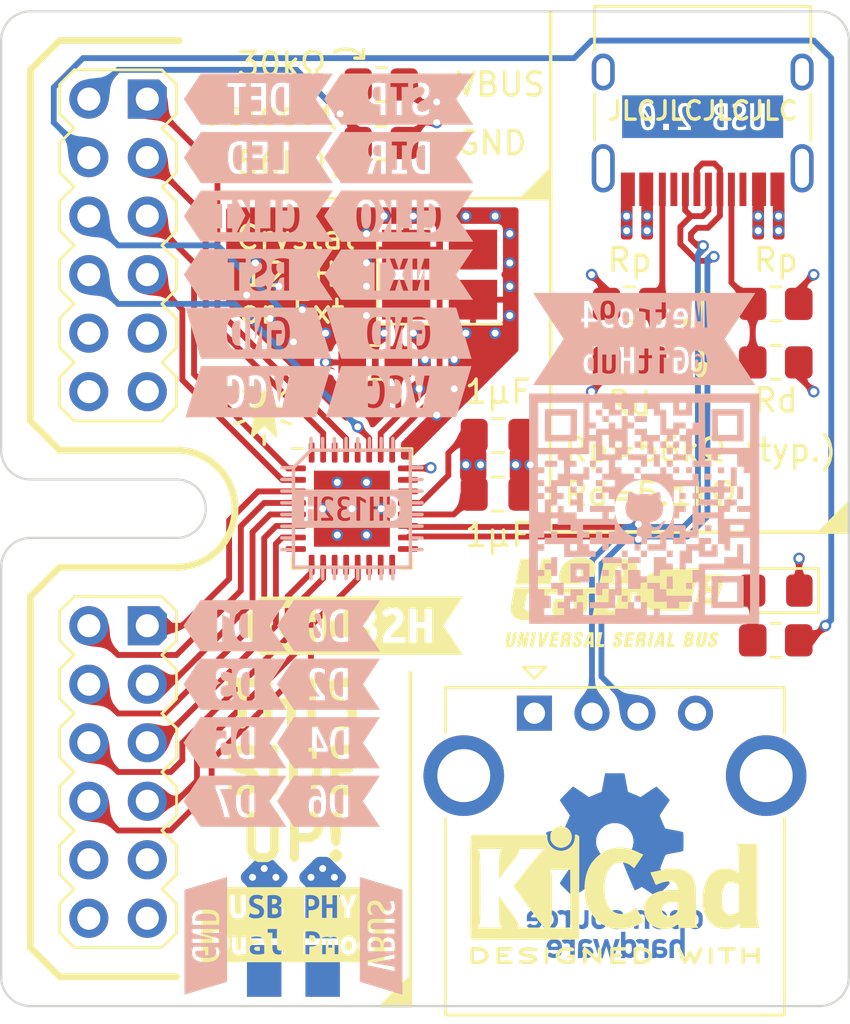
<source format=kicad_pcb>
(kicad_pcb (version 20211014) (generator pcbnew)
  (layers (0 "F.Cu" signal) (1 "In1.Cu" power) (2 "In2.Cu" power) (31 "B.Cu" signal) (34 "B.Paste" user) (35 "F.Paste" user) (36 "B.SilkS" user "B.Silkscreen") (37 "F.SilkS" user "F.Silkscreen") (38 "B.Mask" user) (39 "F.Mask" user) (44 "Edge.Cuts" user))
  (net 0 "")
  (net 1 "GND")
  (net 2 "+3V3")
  (net 3 "/STP")
  (net 4 "/DIR")
  (net 5 "/CLKO")
  (net 6 "/NXT")
  (net 7 "/CLKI")
  (net 8 "/RST")
  (net 9 "/D0")
  (net 10 "/D2")
  (net 11 "/D4")
  (net 12 "/D6")
  (net 13 "/D1")
  (net 14 "/D3")
  (net 15 "/D5")
  (net 16 "/D7")
  (net 19 "VBUS")
  (net 20 "/D+")
  (net 21 "/D-")
  (net 23 "Net-(J3-PadA5)")
  (net 25 "Net-(R3-Pad1)")
  (net 36 "Net-(U1-Pad25)")
  (net 40 "Net-(J3-PadB5)")
  (net 41 "Net-(J1-Pad7)")
  (net 44 "Net-(D1-Pad2)")
  (net 45 "/LED")
  (footprint "Resistor_SMD:R_0805_2012Metric_Pad1.20x1.40mm_HandSolder" (layer "F.Cu") (at 53.975 47.625 180)
    (fp_text reference "R8" hide)
    (fp_text value "1kΩ")
  )
  (footprint "Package_DFN_QFN:QFN-32-1EP_5x5mm_P0.5mm_EP3.3x3.3mm" (layer "F.Cu") (at 35.56 41.91)
    (fp_text reference "U1" hide)
    (fp_text value "CH132H")
  )
  (footprint "kibuzzard-62DB60FD" (layer "F.Cu") (at 35.56 46.99)
    (fp_text reference "kibuzzard-62DB60FD" hide)
    (fp_text value "G***" hide)
  )
  (footprint "kibuzzard-62DB6272" (layer "F.Cu") (at 33.02 60.706)
    (fp_text reference "kibuzzard-62DB6272" hide)
    (fp_text value "G***" hide)
  )
  (footprint "Resistor_SMD:R_0805_2012Metric_Pad1.20x1.40mm_HandSolder" (layer "F.Cu") (at 36.83 23.495 180)
    (fp_text reference "R1" hide)
    (fp_text value "30kΩ/NC")
  )
  (footprint "Crystal:Crystal_SMD_SeikoEpson_TSX3225-4Pin_3.2x2.5mm_HandSoldering" (layer "F.Cu") (at 39.37 31.75)
    (fp_text reference "Y1" hide)
    (fp_text value "Crystal_GND24_Small")
  )
  (footprint "Resistor_SMD:R_0805_2012Metric_Pad1.20x1.40mm_HandSolder" (layer "F.Cu") (at 36.576 35.56 180)
    (fp_text reference "R3" hide)
    (fp_text value "100Ω/NC")
  )
  (footprint "Capacitor_SMD:C_0805_2012Metric_Pad1.18x1.45mm_HandSolder" (layer "F.Cu") (at 41.91 41.275 180)
    (fp_text reference "C2" hide)
    (fp_text value "1μF")
  )
  (footprint "Capacitor_SMD:C_0805_2012Metric_Pad1.18x1.45mm_HandSolder" (layer "F.Cu") (at 41.91 38.735 180)
    (fp_text reference "C1" hide)
    (fp_text value "1μF")
  )
  (footprint "LOGO" (layer "F.Cu") (at 46.99 45.974)
    (fp_text reference "G***" hide)
    (fp_text value "LOGO" hide)
  )
  (footprint "Connector_Pmod:Pmod_Dual" (layer "F.Cu") (at 25.4 45.72)
    (fp_text reference "J2" hide)
    (fp_text value "Conn_02x06_Top_Bottom")
  )
  (footprint "Resistor_SMD:R_0805_2012Metric_Pad1.20x1.40mm_HandSolder" (layer "F.Cu") (at 53.975 35.56)
    (fp_text reference "R5" hide)
    (fp_text value "5.1kΩ/NC")
  )
  (footprint "Connector_Pmod:Pmod_Dual" (layer "F.Cu") (at 25.4 22.86)
    (fp_text reference "J1" hide)
    (fp_text value "Conn_02x06_Top_Bottom")
  )
  (footprint "kibuzzard-62DB6291" (layer "F.Cu") (at 33.02 59.182)
    (fp_text reference "kibuzzard-62DB6291" hide)
    (fp_text value "G***" hide)
  )
  (footprint "LOGO" (layer "F.Cu") (at 50.8 34.29 90)
    (fp_text reference "G***" hide)
    (fp_text value "LOGO" hide)
  )
  (footprint "Resistor_SMD:R_0805_2012Metric_Pad1.20x1.40mm_HandSolder" (layer "F.Cu") (at 47.625 33.02)
    (fp_text reference "R6" hide)
    (fp_text value "56kΩ/NC")
  )
  (footprint "Resistor_SMD:R_0805_2012Metric_Pad1.20x1.40mm_HandSolder" (layer "F.Cu") (at 36.83 26.035)
    (fp_text reference "R2" hide)
    (fp_text value "56kΩ/NC")
  )
  (footprint "Connector_USB:USB_A_CONNFLY_DS1095-WNR0" (layer "F.Cu") (at 43.49 50.7875)
    (fp_text reference "J4" hide)
    (fp_text value "USB_A")
  )
  (footprint "Resistor_SMD:R_0805_2012Metric_Pad1.20x1.40mm_HandSolder" (layer "F.Cu") (at 53.975 33.02 180)
    (fp_text reference "R4" hide)
    (fp_text value "56kΩ/NC")
  )
  (footprint "Symbol:KiCad-Logo2_5mm_SilkScreen" (layer "F.Cu") (at 46.99 58.674)
    (fp_text reference "REF1" hide)
    (fp_text value "KiCad-Logo2_5mm_SilkScreen" hide)
  )
  (footprint "Connector_USB:USB_C_Receptacle_HRO_TYPE-C-31-M-12" (layer "F.Cu") (at 50.8 24.003 180)
    (fp_text reference "J3" hide)
    (fp_text value "USB_C_Receptacle_USB2.0")
  )
  (footprint "LED_SMD:LED_0805_2012Metric_Pad1.15x1.40mm_HandSolder" (layer "F.Cu") (at 53.975 45.466 180)
    (fp_text reference "D1" hide)
    (fp_text value "LED_Small")
  )
  (footprint "Resistor_SMD:R_0805_2012Metric_Pad1.20x1.40mm_HandSolder" (layer "F.Cu") (at 47.625 35.56 180)
    (fp_text reference "R7" hide)
    (fp_text value "5.1kΩ/NC")
  )
  (footprint "kibuzzard-62DB6D44" (layer "B.Cu") (at 37.592 34.29 180)
    (fp_text reference "kibuzzard-62DB6D44" hide)
    (fp_text value "G***" hide)
  )
  (footprint "kibuzzard-62DB6D54" (layer "B.Cu") (at 31.496 36.83 180)
    (fp_text reference "kibuzzard-62DB6D54" hide)
    (fp_text value "G***" hide)
  )
  (footprint "kibuzzard-62DB6F29" (layer "B.Cu") (at 30.48 46.99 180)
    (fp_text reference "kibuzzard-62DB6F29" hide)
    (fp_text value "G***" hide)
  )
  (footprint "kibuzzard-62DB724E" (layer "B.Cu") (at 35.56 41.91 180)
    (fp_text reference "kibuzzard-62DB724E" hide)
    (fp_text value "G***" hide)
  )
  (footprint "kibuzzard-62DB6F17" (layer "B.Cu") (at 34.544 46.99 180)
    (fp_text reference "kibuzzard-62DB6F17" hide)
    (fp_text value "G***" hide)
  )
  (footprint "kibuzzard-62DB6C9E" (layer "B.Cu") (at 31.496 29.21 180)
    (fp_text reference "kibuzzard-62DB6C9E" hide)
    (fp_text value "G***" hide)
  )
  (footprint "kibuzzard-62DB6E8D" (layer "B.Cu") (at 31.496 24.13 180)
    (fp_text reference "kibuzzard-62DB6E8D" hide)
    (fp_text value "G***" hide)
  )
  (footprint "kibuzzard-62DB7427" (layer "B.Cu") (at 48.26 34.544 180)
    (fp_text reference "kibuzzard-62DB7427" hide)
    (fp_text value "G***" hide)
  )
  (footprint "kibuzzard-62DB6F64" (layer "B.Cu") (at 30.48 49.53 180)
    (fp_text reference "kibuzzard-62DB6F64" hide)
    (fp_text value "G***" hide)
  )
  (footprint "kibuzzard-62DB6D54" (layer "B.Cu") (at 37.592 36.83 180)
    (fp_text reference "kibuzzard-62DB6D54" hide)
    (fp_text value "G***" hide)
  )
  (footprint "kibuzzard-62DB6F45" (layer "B.Cu") (at 34.544 49.53 180)
    (fp_text reference "kibuzzard-62DB6F45" hide)
    (fp_text value "G***" hide)
  )
  (footprint "kibuzzard-62DB6F6C" (layer "B.Cu") (at 30.48 52.07 180)
    (fp_text reference "kibuzzard-62DB6F6C" hide)
    (fp_text value "G***" hide)
  )
  (footprint "kibuzzard-62DB6D44" (layer "B.Cu") (at 31.496 34.29 180)
    (fp_text reference "kibuzzard-62DB6D44" hide)
    (fp_text value "G***" hide)
  )
  (footprint "kibuzzard-62DB6E9D" (layer "B.Cu") (at 37.592 31.75 180)
    (fp_text reference "kibuzzard-62DB6E9D" hide)
    (fp_text value "G***" hide)
  )
  (footprint "EdgePads:EdgePads_01x02_Open" (layer "B.Cu") (at 35.56 60.706 90)
    (fp_text reference "J5" hide)
    (fp_text value "Conn_02x02_Top_Bottom")
  )
  (footprint "kibuzzard-62DB6C88" (layer "B.Cu") (at 37.592 26.67 180)
    (fp_text reference "kibuzzard-62DB6C88" hide)
    (fp_text value "G***" hide)
  )
  (footprint "kibuzzard-62DB6F73" (layer "B.Cu") (at 30.48 54.61 180)
    (fp_text reference "kibuzzard-62DB6F73" hide)
    (fp_text value "G***" hide)
  )
  (footprint "Symbol:OSHW-Logo_7.5x8mm_Copper" (layer "B.Cu") (at 46.99 57.404 180)
    (fp_text reference "REF2" hide)
    (fp_text value "OSHW-Logo_7.5x8mm_Copper" hide)
  )
  (footprint "kibuzzard-62DB6F58" (layer "B.Cu") (at 34.544 54.61 180)
    (fp_text reference "kibuzzard-62DB6F58" hide)
    (fp_text value "G***" hide)
  )
  (footprint "LOGO" (layer "B.Cu") (at 48.26 41.91 180)
    (fp_text reference "G***" hide)
    (fp_text value "LOGO" hide)
  )
  (footprint "kibuzzard-62DB6A52" (layer "B.Cu") (at 50.8 24.892 180)
    (fp_text reference "kibuzzard-62DB6A52" hide)
    (fp_text value "G***" hide)
  )
  (footprint "kibuzzard-62DB6E72" (layer "B.Cu") (at 37.592 24.13 180)
    (fp_text reference "kibuzzard-62DB6E72" hide)
    (fp_text value "G***" hide)
  )
  (footprint "kibuzzard-62DB6C95" (layer "B.Cu") (at 37.592 29.21 180)
    (fp_text reference "kibuzzard-62DB6C95" hide)
    (fp_text value "G***" hide)
  )
  (footprint "kibuzzard-62DB8401" (layer "B.Cu") (at 29.21 60.452 90)
    (fp_text reference "kibuzzard-62DB8401" hide)
    (fp_text value "G***" hide)
  )
  (footprint "kibuzzard-62DB6F50" (layer "B.Cu") (at 34.544 52.07 180)
    (fp_text reference "kibuzzard-62DB6F50" hide)
    (fp_text value "G***" hide)
  )
  (footprint "kibuzzard-62DB6EAA" (layer "B.Cu") (at 31.496 31.75 180)
    (fp_text reference "kibuzzard-62DB6EAA" hide)
    (fp_text value "G***" hide)
  )
  (footprint "kibuzzard-62DB8417" (layer "B.Cu") (at 36.83 60.452 90)
    (fp_text reference "kibuzzard-62DB8417" hide)
    (fp_text value "G***" hide)
  )
  (footprint "kibuzzard-62DB6C7E" (layer "B.Cu") (at 31.496 26.67 180)
    (fp_text reference "kibuzzard-62DB6C7E" hide)
    (fp_text value "G***" hide)
  )
  (gr_line (start 38.1 41.656) (end 38.608 41.656) (layer "B.SilkS") (width 0.15))
  (gr_line (start 36.322 44.958) (end 36.322 44.45) (layer "B.SilkS") (width 0.15))
  (gr_line (start 38.1 40.64) (end 38.608 40.64) (layer "B.SilkS") (width 0.15))
  (gr_line (start 34.29 39.37) (end 34.29 38.862) (layer "B.SilkS") (width 0.15))
  (gr_line (start 32.512 41.656) (end 33.02 41.656) (layer "B.SilkS") (width 0.15))
  (gr_line (start 35.814 39.37) (end 35.814 38.862) (layer "B.SilkS") (width 0.15))
  (gr_line (start 38.1 41.148) (end 38.608 41.148) (layer "B.SilkS") (width 0.15))
  (gr_line (start 37.338 39.37) (end 37.338 38.862) (layer "B.SilkS") (width 0.15))
  (gr_poly (pts (xy 38.1 44.45) (xy 33.02 44.45) (xy 33.02 40.132) (xy 33.782 39.37) (xy 38.1 39.37)) (layer "B.SilkS") (width 0.15) (fill none))
  (gr_line (start 37.338 44.958) (end 37.338 44.45) (layer "B.SilkS") (width 0.15))
  (gr_line (start 38.1 42.672) (end 38.608 42.672) (layer "B.SilkS") (width 0.15))
  (gr_line (start 38.1 42.164) (end 38.608 42.164) (layer "B.SilkS") (width 0.15))
  (gr_line (start 34.798 44.958) (end 34.798 44.45) (layer "B.SilkS") (width 0.15))
  (gr_line (start 35.306 44.958) (end 35.306 44.45) (layer "B.SilkS") (width 0.15))
  (gr_line (start 38.1 43.18) (end 38.608 43.18) (layer "B.SilkS") (width 0.15))
  (gr_line (start 33.782 39.37) (end 33.782 38.862) (layer "B.SilkS") (width 0.15))
  (gr_line (start 32.512 40.64) (end 33.02 40.64) (layer "B.SilkS") (width 0.15))
  (gr_line (start 34.798 39.37) (end 34.798 38.862) (layer "B.SilkS") (width 0.15))
  (gr_line (start 34.29 44.958) (end 34.29 44.45) (layer "B.SilkS") (width 0.15))
  (gr_line (start 33.782 44.958) (end 33.782 44.45) (layer "B.SilkS") (width 0.15))
  (gr_line (start 38.1 40.132) (end 38.608 40.132) (layer "B.SilkS") (width 0.15))
  (gr_line (start 32.512 40.132) (end 33.02 40.132) (layer "B.SilkS") (width 0.15))
  (gr_line (start 32.512 42.672) (end 33.02 42.672) (layer "B.SilkS") (width 0.15))
  (gr_line (start 38.1 43.688) (end 38.608 43.688) (layer "B.SilkS") (width 0.15))
  (gr_line (start 32.512 43.688) (end 33.02 43.688) (layer "B.SilkS") (width 0.15))
  (gr_line (start 35.814 44.958) (end 35.814 44.45) (layer "B.SilkS") (width 0.15))
  (gr_line (start 32.512 43.18) (end 33.02 43.18) (layer "B.SilkS") (width 0.15))
  (gr_line (start 36.83 44.958) (end 36.83 44.45) (layer "B.SilkS") (width 0.15))
  (gr_line (start 35.306 39.37) (end 35.306 38.862) (layer "B.SilkS") (width 0.15))
  (gr_line (start 36.83 39.37) (end 36.83 38.862) (layer "B.SilkS") (width 0.15))
  (gr_line (start 36.322 39.37) (end 36.322 38.862) (layer "B.SilkS") (width 0.15))
  (gr_line (start 32.512 42.164) (end 33.02 42.164) (layer "B.SilkS") (width 0.15))
  (gr_line (start 32.512 41.148) (end 33.02 41.148) (layer "B.SilkS") (width 0.15))
  (gr_poly (pts (xy 32.004 37.465) (xy 32.766 37.592) (xy 32.131 37.973) (xy 32.258 38.735) (xy 31.75 38.227) (xy 31.242 38.735) (xy 31.369 37.973) (xy 30.734 37.592) (xy 31.496 37.465) (xy 31.75 36.83)) (layer "F.SilkS") (width 0.15) (fill solid))
  (gr_line (start 34.163 24.765) (end 34.798 25.4) (layer "F.SilkS") (width 0.15))
  (gr_poly (pts (xy 57.15 42.926) (xy 55.88 42.926) (xy 57.15 41.656)) (layer "F.SilkS") (width 0.15) (fill solid))
  (gr_line (start 28.067 21.59) (end 22.86 21.59) (layer "F.SilkS") (width 0.3))
  (gr_line (start 39.497 23.749) (end 39.116 23.495) (layer "F.SilkS") (width 0.15))
  (gr_line (start 36.068 27.178) (end 36.068 27.559) (layer "F.SilkS") (width 0.15))
  (gr_line (start 31.115 37.084) (end 30.861 36.83) (layer "F.SilkS") (width 0.15))
  (gr_line (start 44.196 42.926) (end 57.15 42.926) (layer "F.SilkS") (width 0.15))
  (gr_poly (pts (xy 34.4805 25.0825) (xy 34.163 24.765) (xy 34.4805 24.4475)) (layer "F.SilkS") (width 0.15) (fill solid))
  (gr_line (start 21.59 22.86) (end 21.59 38.1) (layer "F.SilkS") (width 0.3))
  (gr_line (start 44.196 20.32) (end 44.196 28.702) (layer "F.SilkS") (width 0.15))
  (gr_line (start 36.449 31.75) (end 36.195 31.496) (layer "F.SilkS") (width 0.15))
  (gr_line (start 35.687 22.352) (end 36.068 22.352) (layer "F.SilkS") (width 0.15))
  (gr_arc (start 27.94 39.37) (mid 30.48 41.91) (end 27.94 44.45) (layer "F.SilkS") (width 0.3))
  (gr_line (start 35.56 34.544) (end 35.56 34.163) (layer "F.SilkS") (width 0.15))
  (gr_line (start 29.21 28.448) (end 44.196 28.448) (layer "F.SilkS") (width 0.15))
  (gr_poly (pts (xy 38.1 63.5) (xy 36.83 63.5) (xy 38.1 62.23)) (layer "F.SilkS") (width 0.15) (fill solid))
  (gr_line (start 21.59 38.1) (end 22.86 39.37) (layer "F.SilkS") (width 0.3))
  (gr_line (start 32.512 38.1) (end 32.893 38.227) (layer "F.SilkS") (width 0.15))
  (gr_line (start 39.116 23.495) (end 39.878 23.495) (layer "F.SilkS") (width 0.15))
  (gr_line (start 32.385 37.084) (end 32.639 36.83) (layer "F.SilkS") (width 0.15))
  (gr_line (start 34.798 24.13) (end 34.163 24.765) (layer "F.SilkS") (width 0.15))
  (gr_line (start 44.196 28.702) (end 44.196 42.926) (layer "F.SilkS") (width 0.15))
  (gr_arc (start 36.068 27.178) (mid 35.482099 27.550494) (end 34.798 27.431999) (layer "F.SilkS") (width 0.15))
  (gr_line (start 39.878 26.035) (end 39.116 26.035) (layer "F.SilkS") (width 0.15))
  (gr_line (start 36.068 21.971) (end 36.068 22.352) (layer "F.SilkS") (width 0.15))
  (gr_arc (start 34.798 22.098001) (mid 35.482099 21.979506) (end 36.068 22.352) (layer "F.SilkS") (width 0.15))
  (gr_line (start 39.497 25.781) (end 39.878 26.035) (layer "F.SilkS") (width 0.15))
  (gr_line (start 28.067 44.45) (end 22.86 44.45) (layer "F.SilkS") (width 0.3))
  (gr_line (start 30.861 38.1) (end 30.48 38.227) (layer "F.SilkS") (width 0.15))
  (gr_line (start 39.878 26.035) (end 39.497 26.289) (layer "F.SilkS") (width 0.15))
  (gr_line (start 38.1 63.5) (end 38.1 49.022) (layer "F.SilkS") (width 0.15))
  (gr_line (start 22.86 39.37) (end 27.94 39.37) (layer "F.SilkS") (width 0.3))
  (gr_line (start 22.86 21.59) (end 21.59 22.86) (layer "F.SilkS") (width 0.3))
  (gr_line (start 21.59 60.96) (end 22.86 62.23) (layer "F.SilkS") (width 0.3))
  (gr_line (start 22.86 62.23) (end 27.94 62.23) (layer "F.SilkS") (width 0.3))
  (gr_line (start 35.179 34.544) (end 35.56 34.544) (layer "F.SilkS") (width 0.15))
  (gr_poly (pts (xy 44.196 28.448) (xy 42.926 28.448) (xy 44.196 27.178)) (layer "F.SilkS") (width 0.15) (fill solid))
  (gr_line (start 39.116 23.495) (end 39.497 23.241) (layer "F.SilkS") (width 0.15))
  (gr_line (start 22.86 44.45) (end 21.59 45.72) (layer "F.SilkS") (width 0.3))
  (gr_line (start 35.941 31.75) (end 36.449 31.75) (layer "F.SilkS") (width 0.15))
  (gr_line (start 31.75 38.735) (end 31.75 39.116) (layer "F.SilkS") (width 0.15))
  (gr_line (start 35.179 34.163) (end 35.56 34.544) (layer "F.SilkS") (width 0.15))
  (gr_line (start 35.687 27.178) (end 36.068 27.178) (layer "F.SilkS") (width 0.15))
  (gr_line (start 21.59 45.72) (end 21.59 60.96) (layer "F.SilkS") (width 0.3))
  (gr_line (start 36.449 31.75) (end 36.195 32.004) (layer "F.SilkS") (width 0.15))
  (gr_line (start 21.59 40.64) (end 27.94 40.64) (layer "Edge.Cuts") (width 0.1))
  (gr_arc (start 21.59 63.5) (mid 20.691974 63.128026) (end 20.32 62.23) (layer "Edge.Cuts") (width 0.1))
  (gr_arc (start 57.15 62.23) (mid 56.778026 63.128026) (end 55.88 63.5) (layer "Edge.Cuts") (width 0.1))
  (gr_line (start 20.32 21.59) (end 20.32 39.37) (layer "Edge.Cuts") (width 0.1))
  (gr_line (start 20.32 44.45) (end 20.32 62.23) (layer "Edge.Cuts") (width 0.1))
  (gr_line (start 55.88 20.32) (end 21.59 20.32) (layer "Edge.Cuts") (width 0.1))
  (gr_line (start 27.94 43.18) (end 21.59 43.18) (layer "Edge.Cuts") (width 0.1))
  (gr_line (start 57.15 62.23) (end 57.15 21.59) (layer "Edge.Cuts") (width 0.1))
  (gr_arc (start 20.32 44.45) (mid 20.691974 43.551974) (end 21.59 43.18) (layer "Edge.Cuts") (width 0.1))
  (gr_arc (start 55.88 20.32) (mid 56.778026 20.691974) (end 57.15 21.59) (layer "Edge.Cuts") (width 0.1))
  (gr_arc (start 20.32 21.59) (mid 20.691974 20.691974) (end 21.59 20.32) (layer "Edge.Cuts") (width 0.1))
  (gr_line (start 21.59 63.5) (end 55.88 63.5) (layer "Edge.Cuts") (width 0.1))
  (gr_arc (start 27.94 40.64) (mid 29.21 41.91) (end 27.94 43.18) (layer "Edge.Cuts") (width 0.1))
  (gr_arc (start 21.59 40.64) (mid 20.691974 40.268026) (end 20.32 39.37) (layer "Edge.Cuts") (width 0.1))
  (gr_text "1μF" (at 41.91 36.83) (layer "F.SilkS") (effects (font (size 1 1))))
  (gr_text "Rd" (at 47.625 37.338) (layer "F.SilkS") (effects (font (size 1 1))))
  (gr_text "GND" (at 40.005 26.035) (layer "F.SilkS") (effects (font (size 1 1)) (justify left)))
  (gr_text "56kΩ" (at 34.544 26.924) (layer "F.SilkS") (effects (font (size 1 1)) (justify right)))
  (gr_text "Rp" (at 53.975 31.115) (layer "F.SilkS") (effects (font (size 1 1))))
  (gr_text "Rd" (at 53.975 37.211) (layer "F.SilkS") (effects (font (size 1 1))))
  (gr_text "Detect" (at 33.909 24.765) (layer "F.SilkS") (effects (font (size 1 1)) (justify right)))
  (gr_text "JLCJLCJLCJLC" (at 50.8 24.638) (layer "F.SilkS") (effects (font (size 0.8 0.8))))
  (gr_text "THIS\nSIDE\nUP!" (at 33.02 53.34) (layer "F.SilkS") (effects (font (size 1.8 1.8) (thickness 0.4))))
  (gr_text "30kΩ" (at 34.544 22.606) (layer "F.SilkS") (effects (font (size 1 1)) (justify right)))
  (gr_text "Rp=56kΩ (typ.)" (at 44.704 39.37) (layer "F.SilkS") (effects (font (size 1 1)) (justify left)))
  (gr_text "Crystal\n12MHz\nor Ext." (at 35.814 31.75) (layer "F.SilkS") (effects (font (size 1 1)) (justify right)))
  (gr_text "VBUS" (at 40.005 23.495) (layer "F.SilkS") (effects (font (size 1 1)) (justify left)))
  (gr_text "1μF" (at 41.91 43.053) (layer "F.SilkS") (effects (font (size 1 1))))
  (gr_text "Rd=5.1kΩ" (at 44.704 41.275) (layer "F.SilkS") (effects (font (size 1 1)) (justify left)))
  (gr_text "Rp" (at 47.625 31.115) (layer "F.SilkS") (effects (font (size 1 1))))
  (segment (start 54.975 36.179) (end 54.975 35.56) (width 0.254) (layer "F.Cu") (net 1))
  (segment (start 42.672 40.9995) (end 42.9475 41.275) (width 0.508) (layer "F.Cu") (net 1))
  (segment (start 54.991 45.457) (end 55 45.466) (width 0.254) (layer "F.Cu") (net 1))
  (segment (start 46.625 36.179) (end 46.625 35.56) (width 0.254) (layer "F.Cu") (net 1))
  (segment (start 38.961 40.16) (end 37.9975 40.16) (width 0.254) (layer "F.Cu") (net 1))
  (segment (start 54.991 44.069) (end 54.991 45.457) (width 0.254) (layer "F.Cu") (net 1))
  (segment (start 39.243 25.146) (end 38.719 25.146) (width 0.254) (layer "F.Cu") (net 1))
  (segment (start 38.989 40.132) (end 38.961 40.16) (width 0.254) (layer "F.Cu") (net 1))
  (segment (start 38.719 25.146) (end 37.83 26.035) (width 0.254) (layer "F.Cu") (net 1))
  (segment (start 42.672 39.0105) (end 42.9475 38.735) (width 0.508) (layer "F.Cu") (net 1))
  (segment (start 55.626 36.83) (end 54.975 36.179) (width 0.254) (layer "F.Cu") (net 1))
  (segment (start 45.974 36.83) (end 46.625 36.179) (width 0.254) (layer "F.Cu") (net 1))
  (via (at 43.307 40.005) (size 0.5) (drill 0.3) (layers "F.Cu" "B.Cu") (net 1))
  (via (at 36.195 31.242) (size 0.5) (drill 0.3) (layers "F.Cu" "B.Cu") (net 1))
  (via (at 31.75 57.531) (size 0.5) (drill 0.3) (layers "F.Cu" "B.Cu") (net 1))
  (via (at 40.513 29.21) (size 0.5) (drill 0.3) (layers "F.Cu" "B.Cu") (net 1))
  (via (at 34.925 40.767) (size 0.5) (drill 0.3) (layers "F.Cu" "B.Cu") (net 1))
  (via (at 36.195 29.972) (size 0.5) (drill 0.3) (layers "F.Cu" "B.Cu") (net 1))
  (via (at 36.195 40.767) (size 0.5) (drill 0.3) (layers "F.Cu" "B.Cu") (net 1))
  (via (at 38.227 34.29) (size 0.5) (drill 0.3) (layers "F.Cu" "B.Cu") (net 1))
  (via (at 34.925 43.053) (size 0.5) (drill 0.3) (layers "F.Cu" "B.Cu") (net 1))
  (via (at 42.418 33.528) (size 0.5) (drill 0.3) (layers "F.Cu" "B.Cu") (net 1))
  (via (at 36.195 43.053) (size 0.5) (drill 0.3) (layers "F.Cu" "B.Cu") (net 1))
  (via (at 40.005 35.433) (size 0.5) (drill 0.3) (layers "F.Cu" "B.Cu") (net 1))
  (via (at 32.385 32.258) (size 0.5) (drill 0.3) (layers "F.Cu" "B.Cu") (net 1))
  (via (at 42.418 31.242) (size 0.5) (drill 0.3) (layers "F.Cu" "B.Cu") (net 1))
  (via (at 42.418 29.972) (size 0.5) (drill 0.3) (layers "F.Cu" "B.Cu") (net 1))
  (via (at 42.672 40.005) (size 0.5) (drill 0.3) (layers "F.Cu" "B.Cu") (net 1))
  (via (at 54.102 29.845) (size 0.5) (drill 0.3) (layers "F.Cu" "B.Cu") (net 1))
  (via (at 45.974 36.83) (size 0.5) (drill 0.3) (layers "F.Cu" "B.Cu") (net 1))
  (via (at 38.481 36.703) (size 0.5) (drill 0.3) (layers "F.Cu" "B.Cu") (net 1))
  (via (at 32.258 57.912) (size 0.5) (drill 0.3) (layers "F.Cu" "B.Cu") (net 1))
  (via (at 47.498 29.845) (size 0.5) (drill 0.3) (layers "F.Cu" "B.Cu") (net 1))
  (via (at 36.195 33.528) (size 0.5) (drill 0.3) (layers "F.Cu" "B.Cu") (net 1))
  (via (at 42.418 32.258) (size 0.5) (drill 0.3) (layers "F.Cu" "B.Cu") (net 1))
  (via (at 30.988 32.639) (size 0.5) (drill 0.3) (layers "F.Cu" "B.Cu") (net 1))
  (via (at 38.735 35.433) (size 0.5) (drill 0.3) (layers "F.Cu" "B.Cu") (net 1))
  (via (at 55.626 36.83) (size 0.5) (drill 0.3) (layers "F.Cu" "B.Cu") (net 1))
  (via (at 36.83 41.91) (size 0.5) (drill 0.3) (layers "F.Cu" "B.Cu") (net 1))
  (via (at 36.195 32.258) (size 0.5) (drill 0.3) (layers "F.Cu" "B.Cu") (net 1))
  (via (at 40.005 36.703) (size 0.5) (drill 0.3) (layers "F.Cu" "B.Cu") (net 1))
  (via (at 41.783 34.29) (size 0.5) (drill 0.3) (layers "F.Cu" "B.Cu") (net 1))
  (via (at 54.991 44.069) (size 0.5) (drill 0.3) (layers "F.Cu" "B.Cu") (net 1))
  (via (at 34.29 41.91) (size 0.5) (drill 0.3) (layers "F.Cu" "B.Cu") (net 1))
  (via (at 54.102 29.21) (size 0.5) (drill 0.3) (layers "F.Cu" "B.Cu") (net 1))
  (via (at 33.401 33.274) (size 0.5) (drill 0.3) (layers "F.Cu" "B.Cu") (net 1))
  (via (at 39.243 25.146) (size 0.5) (drill 0.3) (layers "F.Cu" "B.Cu") (net 1))
  (via (at 34.417 34.29) (size 0.5) (drill 0.3) (layers "F.Cu" "B.Cu") (net 1))
  (via (at 38.227 29.21) (size 0.5) (drill 0.3) (layers "F.Cu" "B.Cu") (net 1))
  (via (at 47.498 29.21) (size 0.5) (drill 0.3) (layers "F.Cu" "B.Cu") (net 1))
  (via (at 33.02 34.671) (size 0.5) (drill 0.3) (layers "F.Cu" "B.Cu") (net 1))
  (via (at 39.243 37.846) (size 0.5) (drill 0.3) (layers "F.Cu" "B.Cu") (net 1))
  (via (at 38.989 40.132) (size 0.5) (drill 0.3) (layers "F.Cu" "B.Cu") (net 1))
  (via (at 41.783 29.21) (size 0.5) (drill 0.3) (layers "F.Cu" "B.Cu") (net 1))
  (via (at 32.004 33.655) (size 0.5) (drill 0.3) (layers "F.Cu" "B.Cu") (net 1))
  (via (at 31.242 57.912) (size 0.5) (drill 0.3) (layers "F.Cu" "B.Cu") (net 1))
  (via (at 35.56 41.91) (size 0.5) (drill 0.3) (layers "F.Cu" "B.Cu") (net 1))
  (via (at 36.957 34.29) (size 0.5) (drill 0.3) (layers "F.Cu" "B.Cu") (net 1))
  (via (at 40.513 34.29) (size 0.5) (drill 0.3) (layers "F.Cu" "B.Cu") (net 1))
  (via (at 36.957 29.21) (size 0.5) (drill 0.3) (layers "F.Cu" "B.Cu") (net 1))
  (via (at 31.369 31.242) (size 0.5) (drill 0.3) (layers "F.Cu" "B.Cu") (net 1))
  (segment (start 41.148 39.0105) (end 40.8725 38.735) (width 0.508) (layer "F.Cu") (net 2))
  (segment (start 37.9975 42.16) (end 39.9875 42.16) (width 0.254) (layer "F.Cu") (net 2))
  (segment (start 39.751 40.463764) (end 39.751 39.497) (width 0.254) (layer "F.Cu") (net 2))
  (segment (start 37.9975 41.66) (end 38.554764 41.66) (width 0.254) (layer "F.Cu") (net 2))
  (segment (start 39.9875 42.16) (end 40.8725 41.275) (width 0.254) (layer "F.Cu") (net 2))
  (segment (start 38.554764 41.66) (end 39.751 40.463764) (width 0.254) (layer "F.Cu") (net 2))
  (segment (start 40.513 38.735) (end 40.8725 38.735) (width 0.254) (layer "F.Cu") (net 2))
  (segment (start 39.751 39.497) (end 40.513 38.735) (width 0.254) (layer "F.Cu") (net 2))
  (via (at 41.148 40.005) (size 0.5) (drill 0.3) (layers "F.Cu" "B.Cu") (net 2))
  (via (at 40.513 40.005) (size 0.5) (drill 0.3) (layers "F.Cu" "B.Cu") (net 2))
  (segment (start 35.31 39.4725) (end 35.31 38.866) (width 0.254) (layer "F.Cu") (net 3))
  (segment (start 35.31 38.866) (end 29.718 33.274) (width 0.254) (layer "F.Cu") (net 3))
  (segment (start 29.718 33.274) (end 29.718 27.178) (width 0.254) (layer "F.Cu") (net 3))
  (segment (start 29.718 27.178) (end 26.67 24.13) (width 0.254) (layer "F.Cu") (net 3))
  (segment (start 29.21 33.528) (end 29.21 29.21) (width 0.254) (layer "F.Cu") (net 4))
  (segment (start 34.31 39.4725) (end 34.31 38.628) (width 0.254) (layer "F.Cu") (net 4))
  (segment (start 29.21 29.21) (end 26.67 26.67) (width 0.254) (layer "F.Cu") (net 4))
  (segment (start 34.31 38.628) (end 29.21 33.528) (width 0.254) (layer "F.Cu") (net 4))
  (segment (start 28.702 31.242) (end 28.702 36.068) (width 0.254) (layer "F.Cu") (net 5))
  (segment (start 32.794 40.16) (end 33.1225 40.16) (width 0.254) (layer "F.Cu") (net 5))
  (segment (start 26.67 29.21) (end 28.702 31.242) (width 0.254) (layer "F.Cu") (net 5))
  (segment (start 28.702 36.068) (end 32.794 40.16) (width 0.254) (layer "F.Cu") (net 5))
  (segment (start 28.194 36.322) (end 28.194 33.274) (width 0.254) (layer "F.Cu") (net 6))
  (segment (start 28.194 33.274) (end 26.67 31.75) (width 0.254) (layer "F.Cu") (net 6))
  (segment (start 33.1225 40.66) (end 32.532 40.66) (width 0.254) (layer "F.Cu") (net 6))
  (segment (start 32.532 40.66) (end 28.194 36.322) (width 0.254) (layer "F.Cu") (net 6))
  (segment (start 35.576 35.56) (end 34.417 35.56) (width 0.254) (layer "F.Cu") (net 7))
  (via (at 34.417 35.56) (size 0.5) (drill 0.3) (layers "F.Cu" "B.Cu") (net 7))
  (segment (start 34.417 35.179) (end 29.718 30.48) (width 0.254) (layer "B.Cu") (net 7))
  (segment (start 29.718 30.48) (end 25.4 30.48) (width 0.254) (layer "B.Cu") (net 7))
  (segment (start 25.4 30.48) (end 24.13 29.21) (width 0.254) (layer "B.Cu") (net 7))
  (segment (start 34.417 35.56) (end 34.417 35.179) (width 0.254) (layer "B.Cu") (net 7))
  (segment (start 36.31 39.4725) (end 36.31 38.85) (width 0.254) (layer "F.Cu") (net 8))
  (segment (start 36.31 38.85) (end 35.814 38.354) (width 0.254) (layer "F.Cu") (net 8))
  (via (at 35.814 38.354) (size 0.5) (drill 0.3) (layers "F.Cu" "B.Cu") (net 8))
  (segment (start 35.814 38.354) (end 30.48 33.02) (width 0.254) (layer "B.Cu") (net 8))
  (segment (start 30.48 33.02) (end 25.4 33.02) (width 0.254) (layer "B.Cu") (net 8))
  (segment (start 25.4 33.02) (end 24.13 31.75) (width 0.254) (layer "B.Cu") (net 8))
  (segment (start 33.1225 41.16) (end 31.484 41.16) (width 0.254) (layer "F.Cu") (net 9))
  (segment (start 31.484 41.16) (end 30.226 42.418) (width 0.254) (layer "F.Cu") (net 9))
  (segment (start 30.226 44.958) (end 28.194 46.99) (width 0.254) (layer "F.Cu") (net 9))
  (segment (start 28.194 46.99) (end 26.67 46.99) (width 0.254) (layer "F.Cu") (net 9))
  (segment (start 30.226 42.418) (end 30.226 44.958) (width 0.254) (layer "F.Cu") (net 9))
  (segment (start 32.008 42.16) (end 33.1225 42.16) (width 0.254) (layer "F.Cu") (net 10))
  (segment (start 26.67 49.53) (end 27.686 49.53) (width 0.254) (layer "F.Cu") (net 10))
  (segment (start 27.686 49.53) (end 31.242 45.974) (width 0.254) (layer "F.Cu") (net 10))
  (segment (start 31.242 42.926) (end 32.008 42.16) (width 0.254) (layer "F.Cu") (net 10))
  (segment (start 31.242 45.974) (end 31.242 42.926) (width 0.254) (layer "F.Cu") (net 10))
  (segment (start 27.178 52.07) (end 26.67 52.07) (width 0.254) (layer "F.Cu") (net 11))
  (segment (start 32.532 43.16) (end 32.258 43.434) (width 0.254) (layer "F.Cu") (net 11))
  (segment (start 32.258 46.99) (end 27.178 52.07) (width 0.254) (layer "F.Cu") (net 11))
  (segment (start 33.1225 43.16) (end 32.532 43.16) (width 0.254) (layer "F.Cu") (net 11))
  (segment (start 32.258 43.434) (end 32.258 46.99) (width 0.254) (layer "F.Cu") (net 11))
  (segment (start 27.94 54.61) (end 26.67 54.61) (width 0.254) (layer "F.Cu") (net 12))
  (segment (start 34.31 44.938) (end 33.274 45.974) (width 0.254) (layer "F.Cu") (net 12))
  (segment (start 28.829 53.721) (end 27.94 54.61) (width 0.254) (layer "F.Cu") (net 12))
  (segment (start 33.274 48.006) (end 28.829 52.451) (width 0.254) (layer "F.Cu") (net 12))
  (segment (start 34.31 44.3475) (end 34.31 44.938) (width 0.254) (layer "F.Cu") (net 12))
  (segment (start 33.274 45.974) (end 33.274 48.006) (width 0.254) (layer "F.Cu") (net 12))
  (segment (start 28.829 52.451) (end 28.829 53.721) (width 0.254) (layer "F.Cu") (net 12))
  (segment (start 25.4 48.26) (end 24.13 46.99) (width 0.254) (layer "F.Cu") (net 13))
  (segment (start 27.94 48.26) (end 25.4 48.26) (width 0.254) (layer "F.Cu") (net 13))
  (segment (start 33.1225 41.66) (end 31.746 41.66) (width 0.254) (layer "F.Cu") (net 13))
  (segment (start 31.746 41.66) (end 30.734 42.672) (width 0.254) (layer "F.Cu") (net 13))
  (segment (start 30.734 42.672) (end 30.734 45.466) (width 0.254) (layer "F.Cu") (net 13))
  (segment (start 30.734 45.466) (end 27.94 48.26) (width 0.254) (layer "F.Cu") (net 13))
  (segment (start 33.1225 42.66) (end 32.27 42.66) (width 0.254) (layer "F.Cu") (net 14))
  (segment (start 31.75 43.18) (end 31.75 46.482) (width 0.254) (layer "F.Cu") (net 14))
  (segment (start 31.75 46.482) (end 27.432 50.8) (width 0.254) (layer "F.Cu") (net 14))
  (segment (start 27.432 50.8) (end 25.4 50.8) (width 0.254) (layer "F.Cu") (net 14))
  (segment (start 32.27 42.66) (end 31.75 43.18) (width 0.254) (layer "F.Cu") (net 14))
  (segment (start 25.4 50.8) (end 24.13 49.53) (width 0.254) (layer "F.Cu") (net 14))
  (segment (start 28.194 52.832) (end 27.686 53.34) (width 0.254) (layer "F.Cu") (net 15))
  (segment (start 32.766 47.498) (end 28.194 52.07) (width 0.254) (layer "F.Cu") (net 15))
  (segment (start 33.81 44.676) (end 32.766 45.72) (width 0.254) (layer "F.Cu") (net 15))
  (segment (start 25.4 53.34) (end 24.13 52.07) (width 0.254) (layer "F.Cu") (net 15))
  (segment (start 32.766 45.72) (end 32.766 47.498) (width 0.254) (layer "F.Cu") (net 15))
  (segment (start 28.194 52.07) (end 28.194 52.832) (width 0.254) (layer "F.Cu") (net 15))
  (segment (start 27.686 53.34) (end 25.4 53.34) (width 0.254) (layer "F.Cu") (net 15))
  (segment (start 33.81 44.3475) (end 33.81 44.676) (width 0.254) (layer "F.Cu") (net 15))
  (segment (start 35.81 44.3475) (end 35.814 44.3515) (width 0.254) (layer "F.Cu") (net 16))
  (segment (start 33.782 48.514) (end 29.464 52.832) (width 0.254) (layer "F.Cu") (net 16))
  (segment (start 29.464 52.832) (end 29.464 54.102) (width 0.254) (layer "F.Cu") (net 16))
  (segment (start 29.464 54.102) (end 27.686 55.88) (width 0.254) (layer "F.Cu") (net 16))
  (segment (start 35.814 44.958) (end 33.782 46.99) (width 0.254) (layer "F.Cu") (net 16))
  (segment (start 33.782 46.99) (end 33.782 48.514) (width 0.254) (layer "F.Cu") (net 16))
  (segment (start 35.814 44.3515) (end 35.814 44.958) (width 0.254) (layer "F.Cu") (net 16))
  (segment (start 25.4 55.88) (end 24.13 54.61) (width 0.254) (layer "F.Cu") (net 16))
  (segment (start 27.686 55.88) (end 25.4 55.88) (width 0.254) (layer "F.Cu") (net 16))
  (segment (start 54.975 32.401) (end 54.975 33.02) (width 0.254) (layer "F.Cu") (net 19))
  (segment (start 46.625 32.401) (end 45.974 31.75) (width 0.254) (layer "F.Cu") (net 19))
  (segment (start 38.592 24.257) (end 37.83 23.495) (width 0.254) (layer "F.Cu") (net 19))
  (segment (start 46.625 33.02) (end 46.625 32.401) (width 0.254) (layer "F.Cu") (net 19))
  (segment (start 55.626 31.75) (end 54.975 32.401) (width 0.254) (layer "F.Cu") (net 19))
  (segment (start 39.243 24.257) (end 38.592 24.257) (width 0.254) (layer "F.Cu") (net 19))
  (via (at 53.213 29.21) (size 0.5) (drill 0.3) (layers "F.Cu" "B.Cu") (net 19))
  (via (at 53.213 29.845) (size 0.5) (drill 0.3) (layers "F.Cu" "B.Cu") (net 19))
  (via (at 33.782 57.912) (size 0.5) (drill 0.3) (layers "F.Cu" "B.Cu") (net 19))
  (via (at 48.387 29.845) (size 0.5) (drill 0.3) (layers "F.Cu" "B.Cu") (net 19))
  (via (at 55.626 31.75) (size 0.5) (drill 0.3) (layers "F.Cu" "B.Cu") (net 19))
  (via (at 45.974 31.75) (size 0.5) (drill 0.3) (layers "F.Cu" "B.Cu") (net 19))
  (via (at 48.387 29.21) (size 0.5) (drill 0.3) (layers "F.Cu" "B.Cu") (net 19))
  (via (at 34.798 57.912) (size 0.5) (drill 0.3) (layers "F.Cu" "B.Cu") (net 19))
  (via (at 34.29 57.531) (size 0.5) (drill 0.3) (layers "F.Cu" "B.Cu") (net 19))
  (via (at 39.243 24.257) (size 0.5) (drill 0.3) (layers "F.Cu" "B.Cu") (net 19))
  (segment (start 49.831625 29.670375) (end 50.292 29.21) (width 0.254) (layer "F.Cu") (net 20))
  (segment (start 51.05 28.96) (end 51.05 28.048) (width 0.254) (layer "F.Cu") (net 20))
  (segment (start 50.8 29.21) (end 51.05 28.96) (width 0.254) (layer "F.Cu") (net 20))
  (segment (start 51.286904 30.966904) (end 51.274527 30.966904) (width 0.254) (layer "F.Cu") (net 20))
  (segment (start 50.292 29.21) (end 50.8 29.21) (width 0.254) (layer "F.Cu") (net 20))
  (segment (start 50.038 28.956) (end 50.292 29.21) (width 0.254) (layer "F.Cu") (net 20))
  (segment (start 50.563166 31.151096) (end 49.831625 30.419555) (width 0.254) (layer "F.Cu") (net 20))
  (segment (start 50.05 28.048) (end 50.038 28.048) (width 0.254) (layer "F.Cu") (net 20))
  (segment (start 37.9975 43.16) (end 38.041125 43.116375) (width 0.254) (layer "F.Cu") (net 20))
  (segment (start 49.831625 30.419555) (end 49.831625 29.670375) (width 0.254) (layer "F.Cu") (net 20))
  (segment (start 47.883 43.116375) (end 48.006 43.239375) (width 0.254) (layer "F.Cu") (net 20))
  (segment (start 50.038 28.048) (end 50.038 28.956) (width 0.254) (layer "F.Cu") (net 20))
  (segment (start 51.274527 30.966904) (end 51.090335 31.151096) (width 0.254) (layer "F.Cu") (net 20))
  (segment (start 51.090335 31.151096) (end 50.563166 31.151096) (width 0.254) (layer "F.Cu") (net 20))
  (segment (start 38.041125 43.116375) (end 47.883 43.116375) (width 0.254) (layer "F.Cu") (net 20))
  (via (at 51.286904 30.966904) (size 0.5) (drill 0.3) (layers "F.Cu" "B.Cu") (net 20))
  (via (at 48.006 43.239375) (size 0.5) (drill 0.3) (layers "F.Cu" "B.Cu") (net 20))
  (segment (start 48.006 43.239375) (end 47.883 43.116375) (width 0.254) (layer "B.Cu") (net 20))
  (segment (start 50.139485 43.116375) (end 51.006375 42.249485) (width 0.254) (layer "B.Cu") (net 20))
  (segment (start 46.40275 49.20025) (end 47.99 50.7875) (width 0.254) (layer "B.Cu") (net 20))
  (segment (start 47.599485 43.116375) (end 46.40275 44.31311) (width 0.254) (layer "B.Cu") (net 20))
  (segment (start 51.006375 42.249485) (end 51.006375 31.073484) (width 0.254) (layer "B.Cu") (net 20))
  (segment (start 47.883 43.116375) (end 47.599485 43.116375) (width 0.254) (layer "B.Cu") (net 20))
  (segment (start 51.006375 31.073484) (end 51.112955 30.966904) (width 0.254) (layer "B.Cu") (net 20))
  (segment (start 46.40275 44.31311) (end 46.40275 49.20025) (width 0.254) (layer "B.Cu") (net 20))
  (segment (start 51.112955 30.966904) (end 51.286904 30.966904) (width 0.254) (layer "B.Cu") (net 20))
  (segment (start 48.006 43.239375) (end 48.129 43.116375) (width 0.254) (layer "B.Cu") (net 20))
  (segment (start 48.129 43.116375) (end 50.139485 43.116375) (width 0.254) (layer "B.Cu") (net 20))
  (segment (start 51.03 29.718) (end 51.55 29.198) (width 0.254) (layer "F.Cu") (net 21))
  (segment (start 51.55 29.198) (end 51.55 28.048) (width 0.254) (layer "F.Cu") (net 21))
  (segment (start 50.55 28.048) (end 50.55 27.165) (width 0.254) (layer "F.Cu") (net 21))
  (segment (start 50.546 29.718) (end 51.03 29.718) (width 0.254) (layer "F.Cu") (net 21))
  (segment (start 38.041125 42.703625) (end 47.883 42.703625) (width 0.254) (layer "F.Cu") (net 21))
  (segment (start 50.292 30.226) (end 50.292 29.972) (width 0.254) (layer "F.Cu") (net 21))
  (segment (start 50.55 27.165) (end 50.791 26.924) (width 0.254) (layer "F.Cu") (net 21))
  (segment (start 47.883 42.703625) (end 48.006 42.580625) (width 0.254) (layer "F.Cu") (net 21))
  (segment (start 51.55 27.166) (end 51.55 28.048) (width 0.254) (layer "F.Cu") (net 21))
  (segment (start 50.292 29.972) (end 50.546 29.718) (width 0.254) (layer "F.Cu") (net 21))
  (segment (start 37.9975 42.66) (end 38.041125 42.703625) (width 0.254) (layer "F.Cu") (net 21))
  (segment (start 50.791 26.924) (end 51.308 26.924) (width 0.254) (layer "F.Cu") (net 21))
  (segment (start 51.308 26.924) (end 51.55 27.166) (width 0.254) (layer "F.Cu") (net 21))
  (segment (start 50.567096 30.501096) (end 50.292 30.226) (width 0.254) (layer "F.Cu") (net 21))
  (segment (start 50.821096 30.501096) (end 50.567096 30.501096) (width 0.254) (layer "F.Cu") (net 21))
  (via (at 48.006 42.580625) (size 0.5) (drill 0.3) (layers "F.Cu" "B.Cu") (net 21))
  (via (at 50.821096 30.501096) (size 0.5) (drill 0.3) (layers "F.Cu" "B.Cu") (net 21))
  (segment (start 47.883 42.703625) (end 47.428515 42.703625) (width 0.254) (layer "B.Cu") (net 21))
  (segment (start 47.428515 42.703625) (end 45.99 44.14214) (width 0.254) (layer "B.Cu") (net 21))
  (segment (start 48.006 42.580625) (end 48.129 42.703625) (width 0.254) (layer "B.Cu") (net 21))
  (segment (start 50.593625 30.902516) (end 50.821096 30.675045) (width 0.254) (layer "B.Cu") (net 21))
  (segment (start 48.006 42.580625) (end 47.883 42.703625) (width 0.254) (layer "B.Cu") (net 21))
  (segment (start 50.593625 42.078515) (end 50.593625 30.902516) (width 0.254) (layer "B.Cu") (net 21))
  (segment (start 48.129 42.703625) (end 49.968515 42.703625) (width 0.254) (layer "B.Cu") (net 21))
  (segment (start 50.821096 30.675045) (end 50.821096 30.501096) (width 0.254) (layer "B.Cu") (net 21))
  (segment (start 45.99 44.14214) (end 45.99 50.7875) (width 0.254) (layer "B.Cu") (net 21))
  (segment (start 49.968515 42.703625) (end 50.593625 42.078515) (width 0.254) (layer "B.Cu") (net 21))
  (segment (start 52.975 35.56) (end 52.975 33.02) (width 0.254) (layer "F.Cu") (net 23))
  (segment (start 52.05 28.048) (end 52.05 32.095) (width 0.254) (layer "F.Cu") (net 23))
  (segment (start 52.05 32.095) (end 52.975 33.02) (width 0.254) (layer "F.Cu") (net 23))
  (segment (start 37.576 35.56) (end 37.576 33.1815) (width 0.254) (layer "F.Cu") (net 25))
  (segment (start 37.576 35.56) (end 37.576 37.862) (width 0.254) (layer "F.Cu") (net 25))
  (segment (start 36.81 38.628) (end 36.81 39.4725) (width 0.254) (layer "F.Cu") (net 25))
  (segment (start 37.576 37.862) (end 36.81 38.628) (width 0.254) (layer "F.Cu") (net 25))
  (segment (start 37.576 33.1815) (end 37.92 32.8375) (width 0.254) (layer "F.Cu") (net 25))
  (segment (start 39.37 31.75) (end 40.4575 30.6625) (width 0.254) (layer "F.Cu") (net 36))
  (segment (start 37.31 38.89) (end 39.37 36.83) (width 0.254) (layer "F.Cu") (net 36))
  (segment (start 40.4575 30.6625) (end 40.82 30.6625) (width 0.254) (layer "F.Cu") (net 36))
  (segment (start 37.31 39.4725) (end 37.31 38.89) (width 0.254) (layer "F.Cu") (net 36))
  (segment (start 39.37 36.83) (end 39.37 31.75) (width 0.254) (layer "F.Cu") (net 36))
  (segment (start 49.05 28.048) (end 49.05 32.595) (width 0.254) (layer "F.Cu") (net 40))
  (segment (start 49.05 32.595) (end 48.625 33.02) (width 0.254) (layer "F.Cu") (net 40))
  (segment (start 48.625 35.56) (end 48.625 33.02) (width 0.254) (layer "F.Cu") (net 40))
  (segment (start 35.83 25.543) (end 35.83 26.035) (width 0.254) (layer "F.Cu") (net 41))
  (segment (start 35.83 23.987) (end 35.83 23.495) (width 0.254) (layer "F.Cu") (net 41))
  (segment (start 35.052 24.765) (end 35.83 23.987) (width 0.254) (layer "F.Cu") (net 41))
  (segment (start 35.052 24.765) (end 35.83 25.543) (width 0.254) (layer "F.Cu") (net 41))
  (via (at 35.052 24.765) (size 0.5) (drill 0.3) (layers "F.Cu" "B.Cu") (net 41))
  (segment (start 33.147 22.86) (end 25.4 22.86) (width 0.254) (layer "B.Cu") (net 41))
  (segment (start 35.052 24.765) (end 33.147 22.86) (width 0.254) (layer "B.Cu") (net 41))
  (segment (start 25.4 22.86) (end 24.13 24.13) (width 0.254) (layer "B.Cu") (net 41))
  (segment (start 52.975 45.491) (end 52.95 45.466) (width 0.254) (layer "F.Cu") (net 44))
  (segment (start 52.975 47.625) (end 52.975 45.491) (width 0.254) (layer "F.Cu") (net 44))
  (segment (start 56.134 46.99) (end 55.499 47.625) (width 0.254) (layer "F.Cu") (net 45))
  (segment (start 55.499 47.625) (end 54.975 47.625) (width 0.254) (layer "F.Cu") (net 45))
  (via (at 56.134 46.99) (size 0.5) (drill 0.3) (layers "F.Cu" "B.Cu") (net 45))
  (segment (start 24.13 26.67) (end 22.606 25.146) (width 0.254) (layer "B.Cu") (net 45))
  (segment (start 22.606 25.146) (end 22.606 23.622) (width 0.254) (layer "B.Cu") (net 45))
  (segment (start 44.704 22.352) (end 45.212 22.352) (width 0.254) (layer "B.Cu") (net 45))
  (segment (start 38.354 22.352) (end 44.704 22.352) (width 0.254) (layer "B.Cu") (net 45))
  (segment (start 56.388 22.352) (end 56.388 46.736) (width 0.254) (layer "B.Cu") (net 45))
  (segment (start 23.876 22.352) (end 38.354 22.352) (width 0.254) (layer "B.Cu") (net 45))
  (segment (start 55.626 21.59) (end 56.388 22.352) (width 0.254) (layer "B.Cu") (net 45))
  (segment (start 45.212 22.352) (end 45.974 21.59) (width 0.254) (layer "B.Cu") (net 45))
  (segment (start 45.974 21.59) (end 55.626 21.59) (width 0.254) (layer "B.Cu") (net 45))
  (segment (start 22.606 23.622) (end 23.876 22.352) (width 0.254) (layer "B.Cu") (net 45))
  (segment (start 56.388 46.736) (end 56.134 46.99) (width 0.254) (layer "B.Cu") (net 45))
  (zone (net 6) (net_name "/NXT") (layer "F.Cu") (priority 16962) (connect_pads yes (clearance 0)) (min_thickness 0.0254) (fill yes (thermal_gap 0.508) (thermal_bridge_width 0.508))
    (polygon (pts (xy 27.954812 32.855207) (xy 27.82113 32.707025) (xy 27.726086 32.570914) (xy 27.662315 32.443161) (xy 27.622451 32.320054) (xy 27.599132 32.197879) (xy 27.584991 32.072925) (xy 27.572664 31.941477) (xy 27.554787 31.799824) (xy 27.523995 31.644253) (xy 27.472924 31.471051) (xy 26.36948 31.44948) (xy 26.391051 32.552924) (xy 26.564253 32.603995) (xy 26.719824 32.634787) (xy 26.861477 32.652664) (xy 26.992925 32.664991) (xy 27.117879 32.679132) (xy 27.240054 32.702451) (xy 27.363161 32.742315) (xy 27.490914 32.806086) (xy 27.627025 32.90113) (xy 27.775207 33.034812)))
  )
  (zone (net 41) (net_name "Net-(J1-Pad7)") (layer "F.Cu") (priority 16962) (connect_pads yes (clearance 0)) (min_thickness 0.0254) (fill yes (thermal_gap 0.508) (thermal_bridge_width 0.508))
    (polygon (pts (xy 35.488284 25.021679) (xy 35.450268 24.982391) (xy 35.418994 24.947251) (xy 35.393435 24.915154) (xy 35.372561 24.884997) (xy 35.355345 24.855675) (xy 35.340759 24.826084) (xy 35.327775 24.795121) (xy 35.315365 24.761682) (xy 35.3025 24.724661) (xy 35.288154 24.682957) (xy 34.963612 24.676612) (xy 34.969957 25.001154) (xy 35.011661 25.0155) (xy 35.048682 25.028365) (xy 35.082121 25.040775) (xy 35.113084 25.053759) (xy 35.142675 25.068345) (xy 35.171997 25.085561) (xy 35.202154 25.106435) (xy 35.234251 25.131994) (xy 35.269391 25.163268) (xy 35.308679 25.201284)))
  )
  (zone (net 14) (net_name "/D3") (layer "F.Cu") (priority 16962) (connect_pads yes (clearance 0)) (min_thickness 0.0254) (fill yes (thermal_gap 0.508) (thermal_bridge_width 0.508))
    (polygon (pts (xy 25.414812 50.635207) (xy 25.28113 50.487025) (xy 25.186086 50.350914) (xy 25.122315 50.223161) (xy 25.082451 50.100054) (xy 25.059132 49.977879) (xy 25.044991 49.852925) (xy 25.032664 49.721477) (xy 25.014787 49.579824) (xy 24.983995 49.424253) (xy 24.932924 49.251051) (xy 23.82948 49.22948) (xy 23.851051 50.332924) (xy 24.024253 50.383995) (xy 24.179824 50.414787) (xy 24.321477 50.432664) (xy 24.452925 50.444991) (xy 24.577879 50.459132) (xy 24.700054 50.482451) (xy 24.823161 50.522315) (xy 24.950914 50.586086) (xy 25.087025 50.68113) (xy 25.235207 50.814812)))
  )
  (zone (net 23) (net_name "Net-(J3-PadA5)") (layer "F.Cu") (priority 16962) (connect_pads yes (clearance 0)) (min_thickness 0.0254) (fill yes (thermal_gap 0.508) (thermal_bridge_width 0.508))
    (polygon (pts (xy 53.102 34.21) (xy 53.108342 34.071317) (xy 53.126387 33.956663) (xy 53.154659 33.860846) (xy 53.191683 33.778676) (xy 53.235983 33.70496) (xy 53.286085 33.63451) (xy 53.340512 33.562133) (xy 53.397791 33.482638) (xy 53.456445 33.390835) (xy 53.515 33.281533) (xy 52.975 32.72) (xy 52.435 33.281533) (xy 52.493554 33.390835) (xy 52.552208 33.482638) (xy 52.609487 33.562133) (xy 52.663914 33.63451) (xy 52.714016 33.70496) (xy 52.758316 33.778676) (xy 52.79534 33.860846) (xy 52.823612 33.956663) (xy 52.841657 34.071317) (xy 52.848 34.21)))
  )
  (zone (net 19) (net_name "VBUS") (layer "F.Cu") (priority 16962) (connect_pads yes (clearance 0)) (min_thickness 0.0254) (fill yes (thermal_gap 0.508) (thermal_bridge_width 0.508))
    (polygon (pts (xy 55.296026 31.900369) (xy 55.196081 31.998915) (xy 55.110337 32.080865) (xy 55.035587 32.150024) (xy 54.968623 32.210198) (xy 54.906238 32.265195) (xy 54.845224 32.31882) (xy 54.782374 32.37488) (xy 54.714481 32.437182) (xy 54.638337 32.509532) (xy 54.550736 32.595736) (xy 54.975 33.32) (xy 55.515 32.758467) (xy 55.475981 32.681066) (xy 55.438174 32.608427) (xy 55.404046 32.539562) (xy 55.376067 32.473478) (xy 55.356708 32.409188) (xy 55.348437 32.345699) (xy 55.353724 32.282024) (xy 55.375039 32.217171) (xy 55.414851 32.150151) (xy 55.475631 32.079974)))
  )
  (zone (net 1) (net_name "GND") (layer "F.Cu") (connect_pads (clearance 0.254)) (min_thickness 0.254) (fill yes (thermal_gap 0.254) (thermal_bridge_width 0.254))
    (polygon (pts (xy 42.799 35.052) (xy 37.973 39.878) (xy 37.084 39.878) (xy 30.099 33.02) (xy 30.099 28.829) (xy 42.799 28.829)))
  )
  (zone (net 45) (net_name "/LED") (layer "F.Cu") (priority 16962) (connect_pads yes (clearance 0)) (min_thickness 0.0254) (fill yes (thermal_gap 0.508) (thermal_bridge_width 0.508))
    (polygon (pts (xy 55.877321 47.426284) (xy 55.916608 47.388268) (xy 55.951748 47.356994) (xy 55.983845 47.331435) (xy 56.014002 47.310561) (xy 56.043324 47.293345) (xy 56.072915 47.278759) (xy 56.103878 47.265775) (xy 56.137317 47.253365) (xy 56.174338 47.2405) (xy 56.216043 47.226154) (xy 56.222388 46.901612) (xy 55.897846 46.907957) (xy 55.883499 46.949661) (xy 55.870634 46.986682) (xy 55.858224 47.020121) (xy 55.84524 47.051084) (xy 55.830654 47.080675) (xy 55.813438 47.109997) (xy 55.792564 47.140154) (xy 55.767005 47.172251) (xy 55.735731 47.207391) (xy 55.697716 47.246679)))
  )
  (zone (net 3) (net_name "/STP") (layer "F.Cu") (priority 16962) (connect_pads yes (clearance 0)) (min_thickness 0.0254) (fill yes (thermal_gap 0.508) (thermal_bridge_width 0.508))
    (polygon (pts (xy 27.954812 25.235207) (xy 27.82113 25.087025) (xy 27.726086 24.950914) (xy 27.662315 24.823161) (xy 27.622451 24.700054) (xy 27.599132 24.577879) (xy 27.584991 24.452925) (xy 27.572664 24.321477) (xy 27.554787 24.179824) (xy 27.523995 24.024253) (xy 27.472924 23.851051) (xy 26.36948 23.82948) (xy 26.391051 24.932924) (xy 26.564253 24.983995) (xy 26.719824 25.014787) (xy 26.861477 25.032664) (xy 26.992925 25.044991) (xy 27.117879 25.059132) (xy 27.240054 25.082451) (xy 27.363161 25.122315) (xy 27.490914 25.186086) (xy 27.627025 25.28113) (xy 27.775207 25.414812)))
  )
  (zone (net 19) (net_name "VBUS") (layer "F.Cu") (priority 16962) (connect_pads yes (clearance 0)) (min_thickness 0.0254) (fill yes (thermal_gap 0.508) (thermal_bridge_width 0.508))
    (polygon (pts (xy 55.369321 32.186284) (xy 55.408608 32.148268) (xy 55.443748 32.116994) (xy 55.475845 32.091435) (xy 55.506002 32.070561) (xy 55.535324 32.053345) (xy 55.564915 32.038759) (xy 55.595878 32.025775) (xy 55.629317 32.013365) (xy 55.666338 32.0005) (xy 55.708043 31.986154) (xy 55.714388 31.661612) (xy 55.389846 31.667957) (xy 55.375499 31.709661) (xy 55.362634 31.746682) (xy 55.350224 31.780121) (xy 55.33724 31.811084) (xy 55.322654 31.840675) (xy 55.305438 31.869997) (xy 55.284564 31.900154) (xy 55.259005 31.932251) (xy 55.227731 31.967391) (xy 55.189716 32.006679)))
  )
  (zone (net 2) (net_name "+3V3") (layer "F.Cu") (connect_pads yes (clearance 0.254)) (min_thickness 0.254) (fill yes (thermal_gap 0.254) (thermal_bridge_width 0.254) (smoothing fillet) (radius 0.254))
    (polygon (pts (xy 41.402 40.767) (xy 40.259 40.767) (xy 40.259 39.243) (xy 41.402 39.243)))
  )
  (zone (net 21) (net_name "/D-") (layer "F.Cu") (priority 16962) (connect_pads yes (clearance 0)) (min_thickness 0.0254) (fill yes (thermal_gap 0.508) (thermal_bridge_width 0.508))
    (polygon (pts (xy 50.303346 30.416951) (xy 50.346514 30.457878) (xy 50.385487 30.490766) (xy 50.421081 30.517394) (xy 50.454113 30.53954) (xy 50.485403 30.558981) (xy 50.515767 30.577497) (xy 50.546022 30.596866) (xy 50.576988 30.618866) (xy 50.609481 30.645275) (xy 50.64432 30.677872) (xy 50.946096 30.501096) (xy 50.712124 30.276096) (xy 50.687675 30.287037) (xy 50.664178 30.295453) (xy 50.641403 30.301055) (xy 50.619121 30.303557) (xy 50.597103 30.302671) (xy 50.575119 30.298109) (xy 50.552941 30.289583) (xy 50.53034 30.276805) (xy 50.507086 30.259489) (xy 50.482951 30.237346)))
  )
  (zone (net 36) (net_name "Net-(U1-Pad25)") (layer "F.Cu") (priority 16962) (connect_pads yes (clearance 0)) (min_thickness 0.0254) (fill yes (thermal_gap 0.508) (thermal_bridge_width 0.508))
    (polygon (pts (xy 39.534373 31.765232) (xy 39.670082 31.644208) (xy 39.795936 31.560656) (xy 39.915277 31.508605) (xy 40.031444 31.48208) (xy 40.147781 31.47511) (xy 40.267629 31.48172) (xy 40.394329 31.495939) (xy 40.531223 31.511792) (xy 40.681652 31.523308) (xy 40.848959 31.524513) (xy 41.201594 30.461597) (xy 40.125708 30.150774) (xy 40.016021 30.316028) (xy 39.937024 30.466939) (xy 39.879923 30.607072) (xy 39.835927 30.739991) (xy 39.796242 30.86926) (xy 39.752078 30.998445) (xy 39.69464 31.13111) (xy 39.615138 31.270818) (xy 39.504777 31.421136) (xy 39.354768 31.585627)))
  )
  (zone (net 1) (net_name "GND") (layer "F.Cu") (priority 16962) (connect_pads yes (clearance 0)) (min_thickness 0.0254) (fill yes (thermal_gap 0.508) (thermal_bridge_width 0.508))
    (polygon (pts (xy 38.753 25.273) (xy 38.807661 25.273899) (xy 38.854623 25.276633) (xy 38.895393 25.281255) (xy 38.931477 25.28782) (xy 38.964384 25.29638) (xy 38.995622 25.30699) (xy 39.026698 25.319703) (xy 39.059119 25.334574) (xy 39.094393 25.351654) (xy 39.134028 25.371) (xy 39.368 25.146) (xy 39.134028 24.921) (xy 39.094393 24.940345) (xy 39.059119 24.957425) (xy 39.026698 24.972296) (xy 38.995622 24.985009) (xy 38.964384 24.995619) (xy 38.931477 25.004179) (xy 38.895393 25.010744) (xy 38.854623 25.015366) (xy 38.807661 25.0181) (xy 38.753 25.019)))
  )
  (zone (net 25) (net_name "Net-(R3-Pad1)") (layer "F.Cu") (priority 16962) (connect_pads yes (clearance 0)) (min_thickness 0.0254) (fill yes (thermal_gap 0.508) (thermal_bridge_width 0.508))
    (polygon (pts (xy 37.449 34.37) (xy 37.442657 34.508682) (xy 37.424612 34.623336) (xy 37.39634 34.719153) (xy 37.359316 34.801323) (xy 37.315016 34.875039) (xy 37.264914 34.945489) (xy 37.210487 35.017866) (xy 37.153208 35.097361) (xy 37.094554 35.189164) (xy 37.036 35.298467) (xy 37.576 35.86) (xy 38.116 35.298467) (xy 38.057445 35.189164) (xy 37.998791 35.097361) (xy 37.941512 35.017866) (xy 37.887085 34.945489) (xy 37.836983 34.875039) (xy 37.792683 34.801323) (xy 37.755659 34.719153) (xy 37.727387 34.623336) (xy 37.709342 34.508682) (xy 37.703 34.37)))
  )
  (zone (net 1) (net_name "GND") (layer "F.Cu") (connect_pads yes (clearance 0.254)) (min_thickness 0.254) (fill yes (thermal_gap 0.254) (thermal_bridge_width 0.254))
    (polygon (pts (xy 47.752 30.226) (xy 47.244 30.226) (xy 47.244 28.702) (xy 47.752 28.702)))
  )
  (zone (net 1) (net_name "GND") (layer "F.Cu") (connect_pads yes (clearance 0.254)) (min_thickness 0.254) (fill yes (thermal_gap 0.254) (thermal_bridge_width 0.254))
    (polygon (pts (xy 54.356 30.226) (xy 53.848 30.226) (xy 53.848 28.702) (xy 54.356 28.702)))
  )
  (zone (net 1) (net_name "GND") (layer "F.Cu") (priority 16962) (connect_pads yes (clearance 0)) (min_thickness 0.0254) (fill yes (thermal_gap 0.508) (thermal_bridge_width 0.508))
    (polygon (pts (xy 46.230679 36.393716) (xy 46.191391 36.431731) (xy 46.156251 36.463005) (xy 46.124154 36.488564) (xy 46.093997 36.509438) (xy 46.064675 36.526654) (xy 46.035084 36.54124) (xy 46.004121 36.554224) (xy 45.970682 36.566634) (xy 45.933661 36.579499) (xy 45.891957 36.593846) (xy 45.885612 36.918388) (xy 46.210154 36.912043) (xy 46.2245 36.870338) (xy 46.237365 36.833317) (xy 46.249775 36.799878) (xy 46.262759 36.768915) (xy 46.277345 36.739324) (xy 46.294561 36.710002) (xy 46.315435 36.679845) (xy 46.340994 36.647748) (xy 46.372268 36.612608) (xy 46.410284 36.573321)))
  )
  (zone (net 7) (net_name "/CLKI") (layer "F.Cu") (priority 16962) (connect_pads yes (clearance 0)) (min_thickness 0.0254) (fill yes (thermal_gap 0.508) (thermal_bridge_width 0.508))
    (polygon (pts (xy 34.458 35.433) (xy 34.33857 35.446098) (xy 34.297699 35.482536) (xy 34.323017 35.538028) (xy 34.402155 35.608289) (xy 34.522742 35.689033) (xy 34.672408 35.775974) (xy 34.838784 35.864826) (xy 35.009499 35.951305) (xy 35.172183 36.031125) (xy 35.314467 36.1) (xy 35.876 35.56) (xy 35.576 36.16) (xy 35.657092 36.146756) (xy 35.604969 36.110808) (xy 35.453514 36.057831) (xy 35.236606 35.993504) (xy 34.988127 35.9235) (xy 34.741957 35.853496) (xy 34.531979 35.789168) (xy 34.392073 35.736192) (xy 34.356119 35.700244) (xy 34.458 35.687)))
  )
  (zone (net 21) (net_name "/D-") (layer "F.Cu") (priority 16962) (connect_pads yes (clearance 0)) (min_thickness 0.0254) (fill yes (thermal_gap 0.508) (thermal_bridge_width 0.508))
    (polygon (pts (xy 51.677 28.338) (xy 51.676763 28.305352) (xy 51.676196 28.274863) (xy 51.675507 28.246572) (xy 51.674908 28.220518) (xy 51.67461 28.196741) (xy 51.674823 28.17528) (xy 51.675758 28.156174) (xy 51.677625 28.139463) (xy 51.680635 28.125186) (xy 51.685 28.113383) (xy 51.55 27.973) (xy 51.415 28.113383) (xy 51.419364 28.125186) (xy 51.422374 28.139463) (xy 51.424241 28.156174) (xy 51.425176 28.17528) (xy 51.425389 28.196741) (xy 51.425091 28.220518) (xy 51.424492 28.246572) (xy 51.423803 28.274863) (xy 51.423236 28.305352) (xy 51.423 28.338)))
  )
  (zone (net 20) (net_name "/D+") (layer "F.Cu") (priority 16962) (connect_pads yes (clearance 0)) (min_thickness 0.0254) (fill yes (thermal_gap 0.508) (thermal_bridge_width 0.508))
    (polygon (pts (xy 51.177 28.338) (xy 51.176763 28.305352) (xy 51.176196 28.274863) (xy 51.175507 28.246572) (xy 51.174908 28.220518) (xy 51.17461 28.196741) (xy 51.174823 28.17528) (xy 51.175758 28.156174) (xy 51.177625 28.139463) (xy 51.180635 28.125186) (xy 51.185 28.113383) (xy 51.05 27.973) (xy 50.915 28.113383) (xy 50.919364 28.125186) (xy 50.922374 28.139463) (xy 50.924241 28.156174) (xy 50.925176 28.17528) (xy 50.925389 28.196741) (xy 50.925091 28.220518) (xy 50.924492 28.246572) (xy 50.923803 28.274863) (xy 50.923236 28.305352) (xy 50.923 28.338)))
  )
  (zone (net 2) (net_name "+3V3") (layer "F.Cu") (priority 16962) (connect_pads yes (clearance 0)) (min_thickness 0.0254) (fill yes (thermal_gap 0.508) (thermal_bridge_width 0.508))
    (polygon (pts (xy 39.989389 39.438216) (xy 40.073711 39.362725) (xy 40.152429 39.309688) (xy 40.227439 39.27598) (xy 40.300641 39.25848) (xy 40.373931 39.254064) (xy 40.449207 39.259611) (xy 40.528368 39.271997) (xy 40.613311 39.288099) (xy 40.705935 39.304795) (xy 40.808136 39.318963) (xy 41.149311 38.636692) (xy 40.454227 38.322443) (xy 40.362433 38.423576) (xy 40.292093 38.516767) (xy 40.237442 38.604367) (xy 40.192711 38.688729) (xy 40.152137 38.772203) (xy 40.109952 38.857144) (xy 40.06039 38.945903) (xy 39.997685 39.040832) (xy 39.916072 39.144284) (xy 39.809784 39.258611)))
  )
  (zone (net 19) (net_name "VBUS") (layer "F.Cu") (priority 16962) (connect_pads yes (clearance 0)) (min_thickness 0.0254) (fill yes (thermal_gap 0.508) (thermal_bridge_width 0.508))
    (polygon (pts (xy 46.410284 32.006679) (xy 46.372268 31.967391) (xy 46.340994 31.932251) (xy 46.315435 31.900154) (xy 46.294561 31.869997) (xy 46.277345 31.840675) (xy 46.262759 31.811084) (xy 46.249775 31.780121) (xy 46.237365 31.746682) (xy 46.2245 31.709661) (xy 46.210154 31.667957) (xy 45.885612 31.661612) (xy 45.891957 31.986154) (xy 45.933661 32.0005) (xy 45.970682 32.013365) (xy 46.004121 32.025775) (xy 46.035084 32.038759) (xy 46.064675 32.053345) (xy 46.093997 32.070561) (xy 46.124154 32.091435) (xy 46.156251 32.116994) (xy 46.191391 32.148268) (xy 46.230679 32.186284)))
  )
  (zone (net 40) (net_name "Net-(J3-PadB5)") (layer "F.Cu") (priority 16962) (connect_pads yes (clearance 0)) (min_thickness 0.0254) (fill yes (thermal_gap 0.508) (thermal_bridge_width 0.508))
    (polygon (pts (xy 48.752 34.21) (xy 48.758342 34.071317) (xy 48.776387 33.956663) (xy 48.804659 33.860846) (xy 48.841683 33.778676) (xy 48.885983 33.70496) (xy 48.936085 33.63451) (xy 48.990512 33.562133) (xy 49.047791 33.482638) (xy 49.106445 33.390835) (xy 49.165 33.281533) (xy 48.625 32.72) (xy 48.085 33.281533) (xy 48.143554 33.390835) (xy 48.202208 33.482638) (xy 48.259487 33.562133) (xy 48.313914 33.63451) (xy 48.364016 33.70496) (xy 48.408316 33.778676) (xy 48.44534 33.860846) (xy 48.473612 33.956663) (xy 48.491657 34.071317) (xy 48.498 34.21)))
  )
  (zone (net 1) (net_name "GND") (layer "F.Cu") (connect_pads yes (clearance 0.254)) (min_thickness 0.254) (fill yes (thermal_gap 0.254) (thermal_bridge_width 0.254) (smoothing fillet) (radius 0.254))
    (polygon (pts (xy 43.561 40.767) (xy 42.418 40.767) (xy 42.418 39.243) (xy 43.561 39.243)))
  )
  (zone (net 40) (net_name "Net-(J3-PadB5)") (layer "F.Cu") (priority 16962) (connect_pads yes (clearance 0)) (min_thickness 0.0254) (fill yes (thermal_gap 0.508) (thermal_bridge_width 0.508))
    (polygon (pts (xy 48.498 34.37) (xy 48.491657 34.508682) (xy 48.473612 34.623336) (xy 48.44534 34.719153) (xy 48.408316 34.801323) (xy 48.364016 34.875039) (xy 48.313914 34.945489) (xy 48.259487 35.017866) (xy 48.202208 35.097361) (xy 48.143554 35.189164) (xy 48.085 35.298467) (xy 48.625 35.86) (xy 49.165 35.298467) (xy 49.106445 35.189164) (xy 49.047791 35.097361) (xy 48.990512 35.017866) (xy 48.936085 34.945489) (xy 48.885983 34.875039) (xy 48.841683 34.801323) (xy 48.804659 34.719153) (xy 48.776387 34.623336) (xy 48.758342 34.508682) (xy 48.752 34.37)))
  )
  (zone (net 9) (net_name "/D0") (layer "F.Cu") (priority 16962) (connect_pads yes (clearance 0)) (min_thickness 0.0254) (fill yes (thermal_gap 0.508) (thermal_bridge_width 0.508))
    (polygon (pts (xy 28.228648 46.775747) (xy 28.09691 46.879637) (xy 27.977209 46.920442) (xy 27.866108 46.908573) (xy 27.760171 46.854439) (xy 27.65596 46.768449) (xy 27.550038 46.661012) (xy 27.438969 46.54254) (xy 27.319315 46.423441) (xy 27.187639 46.314124) (xy 27.040506 46.225) (xy 26.245 46.99) (xy 27.27104 47.59104) (xy 27.389216 47.486906) (xy 27.501173 47.413065) (xy 27.608872 47.361537) (xy 27.714273 47.324343) (xy 27.819338 47.293503) (xy 27.926028 47.261039) (xy 28.036304 47.218971) (xy 28.152126 47.15932) (xy 28.275455 47.074106) (xy 28.408253 46.955352)))
  )
  (zone (net 41) (net_name "Net-(J1-Pad7)") (layer "F.Cu") (priority 16962) (connect_pads yes (clearance 0)) (min_thickness 0.0254) (fill yes (thermal_gap 0.508) (thermal_bridge_width 0.508))
    (polygon (pts (xy 35.209868 25.102473) (xy 35.279731 25.181469) (xy 35.327705 25.256012) (xy 35.356531 25.327599) (xy 35.368954 25.397727) (xy 35.367716 25.467896) (xy 35.35556 25.539603) (xy 35.33523 25.614347) (xy 35.309469 25.693626) (xy 35.28102 25.778938) (xy 35.252627 25.871782) (xy 35.882387 26.33039) (xy 36.254264 25.610736) (xy 36.157706 25.519131) (xy 36.07084 25.445712) (xy 35.990873 25.38556) (xy 35.915008 25.333757) (xy 35.840452 25.285386) (xy 35.764409 25.235527) (xy 35.684084 25.179264) (xy 35.596683 25.111678) (xy 35.499411 25.027852) (xy 35.389473 24.922868)))
  )
  (zone (net 41) (net_name "Net-(J1-Pad7)") (layer "F.Cu") (priority 16962) (connect_pads yes (clearance 0)) (min_thickness 0.0254) (fill yes (thermal_gap 0.508) (thermal_bridge_width 0.508))
    (polygon (pts (xy 35.389473 24.607132) (xy 35.499411 24.502147) (xy 35.596683 24.418321) (xy 35.684084 24.350735) (xy 35.764409 24.294472) (xy 35.840452 24.244613) (xy 35.915008 24.196242) (xy 35.990873 24.144439) (xy 36.07084 24.084287) (xy 36.157706 24.010868) (xy 36.254264 23.919264) (xy 35.882387 23.19961) (xy 35.252627 23.658218) (xy 35.28102 23.751061) (xy 35.309469 23.836373) (xy 35.33523 23.915652) (xy 35.35556 23.990396) (xy 35.367716 24.062103) (xy 35.368954 24.132272) (xy 35.356531 24.2024) (xy 35.327705 24.273987) (xy 35.279731 24.34853) (xy 35.209868 24.427527)))
  )
  (zone (net 13) (net_name "/D1") (layer "F.Cu") (priority 16962) (connect_pads yes (clearance 0)) (min_thickness 0.0254) (fill yes (thermal_gap 0.508) (thermal_bridge_width 0.508))
    (polygon (pts (xy 25.414812 48.095207) (xy 25.28113 47.947025) (xy 25.186086 47.810914) (xy 25.122315 47.683161) (xy 25.082451 47.560054) (xy 25.059132 47.437879) (xy 25.044991 47.312925) (xy 25.032664 47.181477) (xy 25.014787 47.039824) (xy 24.983995 46.884253) (xy 24.932924 46.711051) (xy 23.82948 46.68948) (xy 23.851051 47.792924) (xy 24.024253 47.843995) (xy 24.179824 47.874787) (xy 24.321477 47.892664) (xy 24.452925 47.904991) (xy 24.577879 47.919132) (xy 24.700054 47.942451) (xy 24.823161 47.982315) (xy 24.950914 48.046086) (xy 25.087025 48.14113) (xy 25.235207 48.274812)))
  )
  (zone (net 1) (net_name "GND") (layer "F.Cu") (priority 16962) (connect_pads yes (clearance 0)) (min_thickness 0.0254) (fill yes (thermal_gap 0.508) (thermal_bridge_width 0.508))
    (polygon (pts (xy 54.864 44.312) (xy 54.858122 44.447192) (xy 54.84139 44.559244) (xy 54.815153 44.653162) (xy 54.780759 44.733954) (xy 54.739557 44.806626) (xy 54.692898 44.876186) (xy 54.64213 44.94764) (xy 54.588603 45.025995) (xy 54.533666 45.116258) (xy 54.478668 45.223437) (xy 55.004468 45.753465) (xy 55.513542 45.207351) (xy 55.455836 45.102911) (xy 55.398718 45.014913) (xy 55.343479 44.938432) (xy 55.291412 44.868545) (xy 55.24381 44.800329) (xy 55.201965 44.728861) (xy 55.167168 44.649218) (xy 55.140714 44.556475) (xy 55.123894 44.44571) (xy 55.118 44.312)))
  )
  (zone (net 19) (net_name "VBUS") (layer "F.Cu") (priority 16962) (connect_pads yes (clearance 0)) (min_thickness 0.0254) (fill yes (thermal_gap 0.508) (thermal_bridge_width 0.508))
    (polygon (pts (xy 38.714369 24.13) (xy 38.600728 24.116621) (xy 38.522616 24.078735) (xy 38.473531 24.019714) (xy 38.446975 23.94293) (xy 38.436449 23.851757) (xy 38.435451 23.749567) (xy 38.437484 23.639733) (xy 38.436048 23.525627) (xy 38.424643 23.410624) (xy 38.39677 23.298095) (xy 37.617868 23.282868) (xy 37.83 24.095) (xy 37.940905 24.103092) (xy 38.03329 24.125056) (xy 38.112229 24.157423) (xy 38.182793 24.196728) (xy 38.250055 24.2395) (xy 38.319087 24.282272) (xy 38.394962 24.321576) (xy 38.482753 24.353944) (xy 38.587531 24.375908) (xy 38.714369 24.384)))
  )
  (zone (net 1) (net_name "GND") (layer "F.Cu") (priority 16962) (connect_pads yes (clearance 0)) (min_thickness 0.0254) (fill yes (thermal_gap 0.508) (thermal_bridge_width 0.508))
    (polygon (pts (xy 38.481 40.287) (xy 38.540927 40.287691) (xy 38.592397 40.289817) (xy 38.63712 40.293451) (xy 38.676807 40.298669) (xy 38.713168 40.305546) (xy 38.747912 40.314157) (xy 38.782752 40.324577) (xy 38.819396 40.336881) (xy 38.859555 40.351145) (xy 38.90494 40.367443) (xy 39.11327 40.118514) (xy 38.856388 39.920071) (xy 38.818999 39.943362) (xy 38.785328 39.963625) (xy 38.753967 39.980995) (xy 38.72351 39.995607) (xy 38.692551 40.007599) (xy 38.659683 40.017106) (xy 38.6235 40.024263) (xy 38.582596 40.029207) (xy 38.535565 40.032074) (xy 38.481 40.033)))
  )
  (zone (net 4) (net_name "/DIR") (layer "F.Cu") (priority 16962) (connect_pads yes (clearance 0)) (min_thickness 0.0254) (fill yes (thermal_gap 0.508) (thermal_bridge_width 0.508))
    (polygon (pts (xy 27.954812 27.775207) (xy 27.82113 27.627025) (xy 27.726086 27.490914) (xy 27.662315 27.363161) (xy 27.622451 27.240054) (xy 27.599132 27.117879) (xy 27.584991 26.992925) (xy 27.572664 26.861477) (xy 27.554787 26.719824) (xy 27.523995 26.564253) (xy 27.472924 26.391051) (xy 26.36948 26.36948) (xy 26.391051 27.472924) (xy 26.564253 27.523995) (xy 26.719824 27.554787) (xy 26.861477 27.572664) (xy 26.992925 27.584991) (xy 27.117879 27.599132) (xy 27.240054 27.622451) (xy 27.363161 27.662315) (xy 27.490914 27.726086) (xy 27.627025 27.82113) (xy 27.775207 27.954812)))
  )
  (zone (net 21) (net_name "/D-") (layer "F.Cu") (priority 16962) (connect_pads yes (clearance 0)) (min_thickness 0.0254) (fill yes (thermal_gap 0.508) (thermal_bridge_width 0.508))
    (polygon (pts (xy 50.423 27.758) (xy 50.423236 27.790647) (xy 50.423803 27.821136) (xy 50.424492 27.849427) (xy 50.425091 27.875481) (xy 50.425389 27.899258) (xy 50.425176 27.920719) (xy 50.424241 27.939825) (xy 50.422374 27.956536) (xy 50.419364 27.970813) (xy 50.415 27.982617) (xy 50.55 28.123) (xy 50.685 27.982617) (xy 50.680635 27.970813) (xy 50.677625 27.956536) (xy 50.675758 27.939825) (xy 50.674823 27.920719) (xy 50.67461 27.899258) (xy 50.674908 27.875481) (xy 50.675507 27.849427) (xy 50.676196 27.821136) (xy 50.676763 27.790647) (xy 50.677 27.758)))
  )
  (zone (net 20) (net_name "/D+") (layer "F.Cu") (priority 16962) (connect_pads yes (clearance 0)) (min_thickness 0.0254) (fill yes (thermal_gap 0.508) (thermal_bridge_width 0.508))
    (polygon (pts (xy 50.165 28.338) (xy 50.164876 28.306915) (xy 50.164623 28.277835) (xy 50.164415 28.250822) (xy 50.164427 28.225935) (xy 50.164834 28.203235) (xy 50.165811 28.182784) (xy 50.167533 28.164641) (xy 50.170176 28.148868) (xy 50.173914 28.135525) (xy 50.178922 28.124673) (xy 50.056405 27.973275) (xy 49.90991 28.101615) (xy 49.913511 28.114372) (xy 49.915666 28.129596) (xy 49.916625 28.147267) (xy 49.916641 28.167369) (xy 49.915965 28.189882) (xy 49.914848 28.21479) (xy 49.913541 28.242074) (xy 49.912297 28.271715) (xy 49.911366 28.303696) (xy 49.911 28.338)))
  )
  (zone (net 21) (net_name "/D-") (layer "F.Cu") (priority 16962) (connect_pads yes (clearance 0)) (min_thickness 0.0254) (fill yes (thermal_gap 0.508) (thermal_bridge_width 0.508))
    (polygon (pts (xy 47.533 42.830625) (xy 47.598625 42.830625) (xy 47.654918 42.830625) (xy 47.703851 42.830624) (xy 47.747395 42.830625) (xy 47.787525 42.830625) (xy 47.826213 42.830625) (xy 47.865432 42.830625) (xy 47.907154 42.830625) (xy 47.953352 42.830625) (xy 48.006 42.830625) (xy 48.115454 42.520254) (xy 47.801911 42.436238) (xy 47.781516 42.464141) (xy 47.761703 42.488721) (xy 47.741713 42.510068) (xy 47.720785 42.528272) (xy 47.69816 42.543426) (xy 47.673079 42.555621) (xy 47.644782 42.564947) (xy 47.612509 42.571495) (xy 47.575502 42.575357) (xy 47.533 42.576625)))
  )
  (zone (net 40) (net_name "Net-(J3-PadB5)") (layer "F.Cu") (priority 16962) (connect_pads yes (clearance 0)) (min_thickness 0.0254) (fill yes (thermal_gap 0.508) (thermal_bridge_width 0.508))
    (polygon (pts (xy 49.177 28.338) (xy 49.176763 28.305352) (xy 49.176196 28.274863) (xy 49.175507 28.246572) (xy 49.174908 28.220518) (xy 49.17461 28.196741) (xy 49.174823 28.17528) (xy 49.175758 28.156174) (xy 49.177625 28.139463) (xy 49.180635 28.125186) (xy 49.185 28.113383) (xy 49.05 27.973) (xy 48.915 28.113383) (xy 48.919364 28.125186) (xy 48.922374 28.139463) (xy 48.924241 28.156174) (xy 48.925176 28.17528) (xy 48.925389 28.196741) (xy 48.925091 28.220518) (xy 48.924492 28.246572) (xy 48.923803 28.274863) (xy 48.923236 28.305352) (xy 48.923 28.338)))
  )
  (zone (net 10) (net_name "/D2") (layer "F.Cu") (priority 16962) (connect_pads yes (clearance 0)) (min_thickness 0.0254) (fill yes (thermal_gap 0.508) (thermal_bridge_width 0.508))
    (polygon (pts (xy 28.079858 48.956537) (xy 27.971289 49.047459) (xy 27.86857 49.099612) (xy 27.769894 49.118361) (xy 27.673452 49.109072) (xy 27.577438 49.077109) (xy 27.480043 49.02784) (xy 27.37946 48.966628) (xy 27.273881 48.89884) (xy 27.161499 48.829842) (xy 27.040506 48.765) (xy 26.245 49.53) (xy 27.27104 50.13104) (xy 27.39165 50.010248) (xy 27.494251 49.907155) (xy 27.583781 49.816899) (xy 27.665182 49.734618) (xy 27.743391 49.655451) (xy 27.823349 49.574534) (xy 27.909996 49.487007) (xy 28.00827 49.388007) (xy 28.123113 49.272672) (xy 28.259463 49.136142)))
  )
  (zone (net 16) (net_name "/D7") (layer "F.Cu") (priority 16962) (connect_pads yes (clearance 0)) (min_thickness 0.0254) (fill yes (thermal_gap 0.508) (thermal_bridge_width 0.508))
    (polygon (pts (xy 25.414812 55.715207) (xy 25.28113 55.567025) (xy 25.186086 55.430914) (xy 25.122315 55.303161) (xy 25.082451 55.180054) (xy 25.059132 55.057879) (xy 25.044991 54.932925) (xy 25.032664 54.801477) (xy 25.014787 54.659824) (xy 24.983995 54.504253) (xy 24.932924 54.331051) (xy 23.82948 54.30948) (xy 23.851051 55.412924) (xy 24.024253 55.463995) (xy 24.179824 55.494787) (xy 24.321477 55.512664) (xy 24.452925 55.524991) (xy 24.577879 55.539132) (xy 24.700054 55.562451) (xy 24.823161 55.602315) (xy 24.950914 55.666086) (xy 25.087025 55.76113) (xy 25.235207 55.894812)))
  )
  (zone (net 1) (net_name "GND") (layer "F.Cu") (priority 16962) (connect_pads yes (clearance 0)) (min_thickness 0.0254) (fill yes (thermal_gap 0.508) (thermal_bridge_width 0.508))
    (polygon (pts (xy 55.118 44.559) (xy 55.118899 44.504338) (xy 55.121633 44.457376) (xy 55.126255 44.416606) (xy 55.13282 44.380522) (xy 55.14138 44.347615) (xy 55.15199 44.316377) (xy 55.164703 44.285301) (xy 55.179574 44.25288) (xy 55.196654 44.217606) (xy 55.216 44.177972) (xy 54.991 43.944) (xy 54.766 44.177972) (xy 54.785345 44.217606) (xy 54.802425 44.25288) (xy 54.817296 44.285301) (xy 54.830009 44.316377) (xy 54.840619 44.347615) (xy 54.849179 44.380522) (xy 54.855744 44.416606) (xy 54.860366 44.457376) (xy 54.8631 44.504338) (xy 54.864 44.559)))
  )
  (zone (net 1) (net_name "GND") (layer "F.Cu") (priority 16962) (connect_pads yes (clearance 0)) (min_thickness 0.0254) (fill yes (thermal_gap 0.508) (thermal_bridge_width 0.508))
    (polygon (pts (xy 46.303974 36.679631) (xy 46.403918 36.581084) (xy 46.489662 36.499134) (xy 46.564412 36.429975) (xy 46.631376 36.369801) (xy 46.693761 36.314804) (xy 46.754775 36.261179) (xy 46.817625 36.205119) (xy 46.885518 36.142817) (xy 46.961662 36.070467) (xy 47.049264 35.984264) (xy 46.625 35.26) (xy 46.085 35.821533) (xy 46.124018 35.898933) (xy 46.161825 35.971572) (xy 46.195953 36.040437) (xy 46.223932 36.106521) (xy 46.243291 36.170811) (xy 46.251562 36.2343) (xy 46.246275 36.297975) (xy 46.22496 36.362828) (xy 46.185148 36.429848) (xy 46.124369 36.500026)))
  )
  (zone (net 7) (net_name "/CLKI") (layer "F.Cu") (priority 16962) (connect_pads yes (clearance 0)) (min_thickness 0.0254) (fill yes (thermal_gap 0.508) (thermal_bridge_width 0.508))
    (polygon (pts (xy 34.907 35.433) (xy 34.852338 35.4321) (xy 34.805376 35.429366) (xy 34.764606 35.424744) (xy 34.728522 35.418179) (xy 34.695615 35.409619) (xy 34.664377 35.399009) (xy 34.633301 35.386296) (xy 34.60088 35.371425) (xy 34.565606 35.354345) (xy 34.525972 35.335) (xy 34.292 35.56) (xy 34.525972 35.785) (xy 34.565606 35.765654) (xy 34.60088 35.748574) (xy 34.633301 35.733703) (xy 34.664377 35.72099) (xy 34.695615 35.71038) (xy 34.728522 35.70182) (xy 34.764606 35.695255) (xy 34.805376 35.690633) (xy 34.852338 35.687899) (xy 34.907 35.687)))
  )
  (zone (net 45) (net_name "/LED") (layer "F.Cu") (priority 16962) (connect_pads yes (clearance 0)) (min_thickness 0.0254) (fill yes (thermal_gap 0.508) (thermal_bridge_width 0.508))
    (polygon (pts (xy 55.911242 47.033153) (xy 55.834567 47.100708) (xy 55.761981 47.146775) (xy 55.69212 47.173974) (xy 55.623626 47.184921) (xy 55.555138 47.182235) (xy 55.485294 47.168533) (xy 55.412734 47.146434) (xy 55.336098 47.118555) (xy 55.254026 47.087515) (xy 55.165156 47.055931) (xy 54.677475 47.663455) (xy 55.399264 48.049264) (xy 55.489686 47.954783) (xy 55.563012 47.870443) (xy 55.62388 47.793343) (xy 55.67693 47.720584) (xy 55.726801 47.649264) (xy 55.778132 47.576485) (xy 55.835563 47.499344) (xy 55.903733 47.414943) (xy 55.987281 47.320381) (xy 56.090847 47.212758)))
  )
  (zone (net 1) (net_name "GND") (layer "F.Cu") (priority 16962) (connect_pads yes (clearance 0)) (min_thickness 0.0254) (fill yes (thermal_gap 0.508) (thermal_bridge_width 0.508))
    (polygon (pts (xy 55.475631 36.500026) (xy 55.414851 36.429848) (xy 55.375039 36.362828) (xy 55.353724 36.297975) (xy 55.348437 36.2343) (xy 55.356708 36.170811) (xy 55.376067 36.106521) (xy 55.404046 36.040437) (xy 55.438174 35.971572) (xy 55.475981 35.898933) (xy 55.515 35.821533) (xy 54.975 35.26) (xy 54.550736 35.984264) (xy 54.638337 36.070467) (xy 54.714481 36.142817) (xy 54.782374 36.205119) (xy 54.845224 36.261179) (xy 54.906238 36.314804) (xy 54.968623 36.369801) (xy 55.035587 36.429975) (xy 55.110337 36.499134) (xy 55.196081 36.581084) (xy 55.296026 36.679631)))
  )
  (zone (net 19) (net_name "VBUS") (layer "F.Cu") (priority 16962) (connect_pads yes (clearance 0)) (min_thickness 0.0254) (fill yes (thermal_gap 0.508) (thermal_bridge_width 0.508))
    (polygon (pts (xy 46.124369 32.079974) (xy 46.185148 32.150151) (xy 46.22496 32.217171) (xy 46.246275 32.282024) (xy 46.251562 32.345699) (xy 46.243291 32.409188) (xy 46.223932 32.473478) (xy 46.195953 32.539562) (xy 46.161825 32.608427) (xy 46.124018 32.681066) (xy 46.085 32.758467) (xy 46.625 33.32) (xy 47.049264 32.595736) (xy 46.961662 32.509532) (xy 46.885518 32.437182) (xy 46.817625 32.37488) (xy 46.754775 32.31882) (xy 46.693761 32.265195) (xy 46.631376 32.210198) (xy 46.564412 32.150024) (xy 46.489662 32.080865) (xy 46.403918 31.998915) (xy 46.303974 31.900369)))
  )
  (zone (net 44) (net_name "Net-(D1-Pad2)") (layer "F.Cu") (priority 16962) (connect_pads yes (clearance 0)) (min_thickness 0.0254) (fill yes (thermal_gap 0.508) (thermal_bridge_width 0.508))
    (polygon (pts (xy 53.102 46.616) (xy 53.10788 46.479955) (xy 53.124579 46.367167) (xy 53.150681 46.272569) (xy 53.184773 46.191091) (xy 53.225441 46.117666) (xy 53.271268 46.047224) (xy 53.320842 45.974697) (xy 53.372748 45.895016) (xy 53.425571 45.803114) (xy 53.477898 45.693921) (xy 52.937512 45.178772) (xy 52.443876 45.738878) (xy 52.503729 45.840426) (xy 52.562606 45.926006) (xy 52.619254 46.000454) (xy 52.672417 46.068604) (xy 52.720842 46.135291) (xy 52.763274 46.20535) (xy 52.79846 46.283615) (xy 52.825146 46.374922) (xy 52.842077 46.484105) (xy 52.848 46.616)))
  )
  (zone (net 20) (net_name "/D+") (layer "F.Cu") (priority 16962) (connect_pads yes (clearance 0)) (min_thickness 0.0254) (fill yes (thermal_gap 0.508) (thermal_bridge_width 0.508))
    (polygon (pts (xy 47.533 43.243375) (xy 47.575502 43.244642) (xy 47.612509 43.248504) (xy 47.644782 43.255052) (xy 47.673079 43.264378) (xy 47.69816 43.276573) (xy 47.720785 43.291727) (xy 47.741713 43.309931) (xy 47.761703 43.331278) (xy 47.781516 43.355858) (xy 47.801911 43.383762) (xy 48.115454 43.299746) (xy 48.006 42.989375) (xy 47.953352 42.989375) (xy 47.907154 42.989375) (xy 47.865432 42.989374) (xy 47.826213 42.989375) (xy 47.787525 42.989375) (xy 47.747395 42.989375) (xy 47.703851 42.989375) (xy 47.654918 42.989375) (xy 47.598625 42.989375) (xy 47.533 42.989375)))
  )
  (zone (net 1) (net_name "GND") (layer "F.Cu") (priority 16962) (connect_pads yes (clearance 0)) (min_thickness 0.0254) (fill yes (thermal_gap 0.508) (thermal_bridge_width 0.508))
    (polygon (pts (xy 55.189716 36.573321) (xy 55.227731 36.612608) (xy 55.259005 36.647748) (xy 55.284564 36.679845) (xy 55.305438 36.710002) (xy 55.322654 36.739324) (xy 55.33724 36.768915) (xy 55.350224 36.799878) (xy 55.362634 36.833317) (xy 55.375499 36.870338) (xy 55.389846 36.912043) (xy 55.714388 36.918388) (xy 55.708043 36.593846) (xy 55.666338 36.579499) (xy 55.629317 36.566634) (xy 55.595878 36.554224) (xy 55.564915 36.54124) (xy 55.535324 36.526654) (xy 55.506002 36.509438) (xy 55.475845 36.488564) (xy 55.443748 36.463005) (xy 55.408608 36.431731) (xy 55.369321 36.393716)))
  )
  (zone (net 19) (net_name "VBUS") (layer "F.Cu") (connect_pads yes (clearance 0.254)) (min_thickness 0.254) (fill yes (thermal_gap 0.254) (thermal_bridge_width 0.254))
    (polygon (pts (xy 53.467 30.226) (xy 52.959 30.226) (xy 52.959 28.702) (xy 53.467 28.702)))
  )
  (zone (net 25) (net_name "Net-(R3-Pad1)") (layer "F.Cu") (priority 16962) (connect_pads yes (clearance 0)) (min_thickness 0.0254) (fill yes (thermal_gap 0.508) (thermal_bridge_width 0.508))
    (polygon (pts (xy 37.703 34.494) (xy 37.713362 34.321439) (xy 37.743311 34.180897) (xy 37.791135 34.066389) (xy 37.855126 33.97193) (xy 37.933573 33.891536) (xy 38.024767 33.819221) (xy 38.126998 33.749001) (xy 38.238556 33.674891) (xy 38.357732 33.590906) (xy 38.482816 33.491062) (xy 38.09144 32.441793) (xy 37.058268 32.873877) (xy 37.076747 33.075326) (xy 37.110817 33.244581) (xy 37.156347 33.390429) (xy 37.209207 33.521656) (xy 37.265267 33.647048) (xy 37.320397 33.775392) (xy 37.370465 33.915472) (xy 37.411342 34.076076) (xy 37.438897 34.26599) (xy 37.449 34.494)))
  )
  (zone (net 23) (net_name "Net-(J3-PadA5)") (layer "F.Cu") (priority 16962) (connect_pads yes (clearance 0)) (min_thickness 0.0254) (fill yes (thermal_gap 0.508) (thermal_bridge_width 0.508))
    (polygon (pts (xy 52.177 28.338) (xy 52.176763 28.305352) (xy 52.176196 28.274863) (xy 52.175507 28.246572) (xy 52.174908 28.220518) (xy 52.17461 28.196741) (xy 52.174823 28.17528) (xy 52.175758 28.156174) (xy 52.177625 28.139463) (xy 52.180635 28.125186) (xy 52.185 28.113383) (xy 52.05 27.973) (xy 51.915 28.113383) (xy 51.919364 28.125186) (xy 51.922374 28.139463) (xy 51.924241 28.156174) (xy 51.925176 28.17528) (xy 51.925389 28.196741) (xy 51.925091 28.220518) (xy 51.924492 28.246572) (xy 51.923803 28.274863) (xy 51.923236 28.305352) (xy 51.923 28.338)))
  )
  (zone (net 8) (net_name "/RST") (layer "F.Cu") (priority 16962) (connect_pads yes (clearance 0)) (min_thickness 0.0254) (fill yes (thermal_gap 0.508) (thermal_bridge_width 0.508))
    (polygon (pts (xy 36.250284 38.610679) (xy 36.212268 38.571391) (xy 36.180994 38.536251) (xy 36.155435 38.504154) (xy 36.134561 38.473997) (xy 36.117345 38.444675) (xy 36.102759 38.415084) (xy 36.089775 38.384121) (xy 36.077365 38.350682) (xy 36.0645 38.313661) (xy 36.050154 38.271957) (xy 35.725612 38.265612) (xy 35.731957 38.590154) (xy 35.773661 38.6045) (xy 35.810682 38.617365) (xy 35.844121 38.629775) (xy 35.875084 38.642759) (xy 35.904675 38.657345) (xy 35.933997 38.674561) (xy 35.964154 38.695435) (xy 35.996251 38.720994) (xy 36.031391 38.752268) (xy 36.070679 38.790284)))
  )
  (zone (net 12) (net_name "/D6") (layer "F.Cu") (priority 16962) (connect_pads yes (clearance 0)) (min_thickness 0.0254) (fill yes (thermal_gap 0.508) (thermal_bridge_width 0.508))
    (polygon (pts (xy 28.154253 54.216142) (xy 28.034795 54.312704) (xy 27.923794 54.358599) (xy 27.81875 54.361687) (xy 27.717167 54.329828) (xy 27.616548 54.270884) (xy 27.514395 54.192714) (xy 27.408212 54.10318) (xy 27.2955 54.010142) (xy 27.173764 53.921462) (xy 27.040506 53.845) (xy 26.245 54.61) (xy 27.27104 55.21104) (xy 27.389564 55.099446) (xy 27.496585 55.011236) (xy 27.595398 54.940146) (xy 27.689295 54.879913) (xy 27.781569 54.824272) (xy 27.875514 54.766962) (xy 27.974421 54.701717) (xy 28.081586 54.622275) (xy 28.2003 54.522373) (xy 28.333858 54.395747)))
  )
  (zone (net 20) (net_name "/D+") (layer "F.Cu") (priority 16962) (connect_pads yes (clearance 0)) (min_thickness 0.0254) (fill yes (thermal_gap 0.508) (thermal_bridge_width 0.508))
    (polygon (pts (xy 50.850822 31.278096) (xy 50.911798 31.276382) (xy 50.963881 31.271732) (xy 51.008958 31.264878) (xy 51.048916 31.256556) (xy 51.085644 31.2475) (xy 51.12103 31.238443) (xy 51.156961 31.230121) (xy 51.195325 31.223267) (xy 51.23801 31.218617) (xy 51.286904 31.216904) (xy 51.378345 30.881679) (xy 51.053781 30.876608) (xy 51.042712 30.903385) (xy 51.030853 30.927735) (xy 51.01773 30.949566) (xy 51.002872 30.968786) (xy 50.985805 30.985302) (xy 50.966058 30.999021) (xy 50.943159 31.009853) (xy 50.916634 31.017704) (xy 50.886013 31.022482) (xy 50.850822 31.024096)))
  )
  (zone (net 44) (net_name "Net-(D1-Pad2)") (layer "F.Cu") (priority 16962) (connect_pads yes (clearance 0)) (min_thickness 0.0254) (fill yes (thermal_gap 0.508) (thermal_bridge_width 0.508))
    (polygon (pts (xy 52.848 46.435) (xy 52.841657 46.573682) (xy 52.823612 46.688336) (xy 52.79534 46.784153) (xy 52.758316 46.866323) (xy 52.714016 46.940039) (xy 52.663914 47.010489) (xy 52.609487 47.082866) (xy 52.552208 47.162361) (xy 52.493554 47.254164) (xy 52.435 47.363467) (xy 52.975 47.925) (xy 53.515 47.363467) (xy 53.456445 47.254164) (xy 53.397791 47.162361) (xy 53.340512 47.082866) (xy 53.286085 47.010489) (xy 53.235983 46.940039) (xy 53.191683 46.866323) (xy 53.154659 46.784153) (xy 53.126387 46.688336) (xy 53.108342 46.573682) (xy 53.102 46.435)))
  )
  (zone (net 25) (net_name "Net-(R3-Pad1)") (layer "F.Cu") (priority 16962) (connect_pads yes (clearance 0)) (min_thickness 0.0254) (fill yes (thermal_gap 0.508) (thermal_bridge_width 0.508))
    (polygon (pts (xy 37.703 36.75) (xy 37.709342 36.611317) (xy 37.727387 36.496663) (xy 37.755659 36.400846) (xy 37.792683 36.318676) (xy 37.836983 36.24496) (xy 37.887085 36.17451) (xy 37.941512 36.102133) (xy 37.998791 36.022638) (xy 38.057445 35.930835) (xy 38.116 35.821533) (xy 37.576 35.26) (xy 37.036 35.821533) (xy 37.094554 35.930835) (xy 37.153208 36.022638) (xy 37.210487 36.102133) (xy 37.264914 36.17451) (xy 37.315016 36.24496) (xy 37.359316 36.318676) (xy 37.39634 36.400846) (xy 37.424612 36.496663) (xy 37.442657 36.611317) (xy 37.449 36.75)))
  )
  (zone (net 41) (net_name "Net-(J1-Pad7)") (layer "F.Cu") (priority 16962) (connect_pads yes (clearance 0)) (min_thickness 0.0254) (fill yes (thermal_gap 0.508) (thermal_bridge_width 0.508))
    (polygon (pts (xy 35.308679 24.328716) (xy 35.269391 24.366731) (xy 35.234251 24.398005) (xy 35.202154 24.423564) (xy 35.171997 24.444438) (xy 35.142675 24.461654) (xy 35.113084 24.47624) (xy 35.082121 24.489224) (xy 35.048682 24.501634) (xy 35.011661 24.514499) (xy 34.969957 24.528846) (xy 34.963612 24.853388) (xy 35.288154 24.847043) (xy 35.3025 24.805338) (xy 35.315365 24.768317) (xy 35.327775 24.734878) (xy 35.340759 24.703915) (xy 35.355345 24.674324) (xy 35.372561 24.645002) (xy 35.393435 24.614845) (xy 35.418994 24.582748) (xy 35.450268 24.547608) (xy 35.488284 24.508321)))
  )
  (zone (net 1) (net_name "GND") (layer "F.Cu") (priority 16962) (connect_pads yes (clearance 0)) (min_thickness 0.0254) (fill yes (thermal_gap 0.508) (thermal_bridge_width 0.508))
    (polygon (pts (xy 38.581654 25.103741) (xy 38.479105 25.197319) (xy 38.385273 25.265631) (xy 38.297529 25.313393) (xy 38.213246 25.345316) (xy 38.129797 25.366116) (xy 38.044554 25.380505) (xy 37.954889 25.393197) (xy 37.858176 25.408906) (xy 37.751787 25.432346) (xy 37.633095 25.46823) (xy 37.617868 26.247132) (xy 38.39677 26.231905) (xy 38.432653 26.113212) (xy 38.456093 26.006823) (xy 38.471802 25.91011) (xy 38.484494 25.820445) (xy 38.498883 25.735202) (xy 38.519683 25.651753) (xy 38.551606 25.56747) (xy 38.599368 25.479726) (xy 38.66768 25.385894) (xy 38.761259 25.283346)))
  )
  (zone (net 5) (net_name "/CLKO") (layer "F.Cu") (priority 16962) (connect_pads yes (clearance 0)) (min_thickness 0.0254) (fill yes (thermal_gap 0.508) (thermal_bridge_width 0.508))
    (polygon (pts (xy 27.954812 30.315207) (xy 27.82113 30.167025) (xy 27.726086 30.030914) (xy 27.662315 29.903161) (xy 27.622451 29.780054) (xy 27.599132 29.657879) (xy 27.584991 29.532925) (xy 27.572664 29.401477) (xy 27.554787 29.259824) (xy 27.523995 29.104253) (xy 27.472924 28.931051) (xy 26.36948 28.90948) (xy 26.391051 30.012924) (xy 26.564253 30.063995) (xy 26.719824 30.094787) (xy 26.861477 30.112664) (xy 26.992925 30.124991) (xy 27.117879 30.139132) (xy 27.240054 30.162451) (xy 27.363161 30.202315) (xy 27.490914 30.266086) (xy 27.627025 30.36113) (xy 27.775207 30.494812)))
  )
  (zone (net 15) (net_name "/D5") (layer "F.Cu") (priority 16962) (connect_pads yes (clearance 0)) (min_thickness 0.0254) (fill yes (thermal_gap 0.508) (thermal_bridge_width 0.508))
    (polygon (pts (xy 25.414812 53.175207) (xy 25.28113 53.027025) (xy 25.186086 52.890914) (xy 25.122315 52.763161) (xy 25.082451 52.640054) (xy 25.059132 52.517879) (xy 25.044991 52.392925) (xy 25.032664 52.261477) (xy 25.014787 52.119824) (xy 24.983995 51.964253) (xy 24.932924 51.791051) (xy 23.82948 51.76948) (xy 23.851051 52.872924) (xy 24.024253 52.923995) (xy 24.179824 52.954787) (xy 24.321477 52.972664) (xy 24.452925 52.984991) (xy 24.577879 52.999132) (xy 24.700054 53.022451) (xy 24.823161 53.062315) (xy 24.950914 53.126086) (xy 25.087025 53.22113) (xy 25.235207 53.354812)))
  )
  (zone (net 23) (net_name "Net-(J3-PadA5)") (layer "F.Cu") (priority 16962) (connect_pads yes (clearance 0)) (min_thickness 0.0254) (fill yes (thermal_gap 0.508) (thermal_bridge_width 0.508))
    (polygon (pts (xy 52.848 34.37) (xy 52.841657 34.508682) (xy 52.823612 34.623336) (xy 52.79534 34.719153) (xy 52.758316 34.801323) (xy 52.714016 34.875039) (xy 52.663914 34.945489) (xy 52.609487 35.017866) (xy 52.552208 35.097361) (xy 52.493554 35.189164) (xy 52.435 35.298467) (xy 52.975 35.86) (xy 53.515 35.298467) (xy 53.456445 35.189164) (xy 53.397791 35.097361) (xy 53.340512 35.017866) (xy 53.286085 34.945489) (xy 53.235983 34.875039) (xy 53.191683 34.801323) (xy 53.154659 34.719153) (xy 53.126387 34.623336) (xy 53.108342 34.508682) (xy 53.102 34.37)))
  )
  (zone (net 19) (net_name "VBUS") (layer "F.Cu") (connect_pads yes (clearance 0.254)) (min_thickness 0.254) (fill yes (thermal_gap 0.254) (thermal_bridge_width 0.254))
    (polygon (pts (xy 48.641 30.226) (xy 48.133 30.226) (xy 48.133 28.702) (xy 48.641 28.702)))
  )
  (zone (net 40) (net_name "Net-(J3-PadB5)") (layer "F.Cu") (priority 16962) (connect_pads yes (clearance 0)) (min_thickness 0.0254) (fill yes (thermal_gap 0.508) (thermal_bridge_width 0.508))
    (polygon (pts (xy 48.923 31.996041) (xy 48.916644 32.088097) (xy 48.898204 32.163683) (xy 48.868615 32.225113) (xy 48.828815 32.274702) (xy 48.779743 32.314766) (xy 48.722335 32.347619) (xy 48.657528 32.375577) (xy 48.586261 32.400954) (xy 48.509471 32.426067) (xy 48.428095 32.45323) (xy 48.412868 33.232132) (xy 49.225 33.02) (xy 49.223656 32.896418) (xy 49.220008 32.790862) (xy 49.214631 32.698336) (xy 49.208104 32.613847) (xy 49.201 32.532401) (xy 49.193896 32.449005) (xy 49.187368 32.358664) (xy 49.181992 32.256386) (xy 49.178344 32.137176) (xy 49.177 31.996041)))
  )
  (zone (net 21) (net_name "/D-") (layer "F.Cu") (priority 16962) (connect_pads yes (clearance 0)) (min_thickness 0.0254) (fill yes (thermal_gap 0.508) (thermal_bridge_width 0.508))
    (polygon (pts (xy 51.423 27.758) (xy 51.423236 27.790647) (xy 51.423803 27.821136) (xy 51.424492 27.849427) (xy 51.425091 27.875481) (xy 51.425389 27.899258) (xy 51.425176 27.920719) (xy 51.424241 27.939825) (xy 51.422374 27.956536) (xy 51.419364 27.970813) (xy 51.415 27.982617) (xy 51.55 28.123) (xy 51.685 27.982617) (xy 51.680635 27.970813) (xy 51.677625 27.956536) (xy 51.675758 27.939825) (xy 51.674823 27.920719) (xy 51.67461 27.899258) (xy 51.674908 27.875481) (xy 51.675507 27.849427) (xy 51.676196 27.821136) (xy 51.676763 27.790647) (xy 51.677 27.758)))
  )
  (zone (net 11) (net_name "/D4") (layer "F.Cu") (priority 16962) (connect_pads yes (clearance 0)) (min_thickness 0.0254) (fill yes (thermal_gap 0.508) (thermal_bridge_width 0.508))
    (polygon (pts (xy 27.986222 51.082173) (xy 27.859741 51.194251) (xy 27.741728 51.270608) (xy 27.629268 51.316481) (xy 27.519449 51.337109) (xy 27.409356 51.337729) (xy 27.296076 51.32358) (xy 27.176695 51.299899) (xy 27.048301 51.271924) (xy 26.907979 51.244893) (xy 26.752817 51.224045) (xy 26.271271 52.217103) (xy 27.282391 52.659471) (xy 27.414285 52.508396) (xy 27.512426 52.368398) (xy 27.585842 52.236264) (xy 27.643561 52.108783) (xy 27.694612 51.982744) (xy 27.748022 51.854935) (xy 27.81282 51.722145) (xy 27.898035 51.581163) (xy 28.012694 51.428778) (xy 28.165827 51.261778)))
  )
  (zone (net 19) (net_name "VBUS") (layer "F.Cu") (priority 16962) (connect_pads yes (clearance 0)) (min_thickness 0.0254) (fill yes (thermal_gap 0.508) (thermal_bridge_width 0.508))
    (polygon (pts (xy 38.753 24.384) (xy 38.807661 24.384899) (xy 38.854623 24.387633) (xy 38.895393 24.392255) (xy 38.931477 24.39882) (xy 38.964384 24.40738) (xy 38.995622 24.41799) (xy 39.026698 24.430703) (xy 39.059119 24.445574) (xy 39.094393 24.462654) (xy 39.134028 24.482) (xy 39.368 24.257) (xy 39.134028 24.032) (xy 39.094393 24.051345) (xy 39.059119 24.068425) (xy 39.026698 24.083296) (xy 38.995622 24.096009) (xy 38.964384 24.106619) (xy 38.931477 24.115179) (xy 38.895393 24.121744) (xy 38.854623 24.126366) (xy 38.807661 24.1291) (xy 38.753 24.13)))
  )
  (zone (net 2) (net_name "+3V3") (layer "F.Cu") (priority 16962) (connect_pads yes (clearance 0)) (min_thickness 0.0254) (fill yes (thermal_gap 0.508) (thermal_bridge_width 0.508))
    (polygon (pts (xy 40.136757 42.190348) (xy 40.237247 42.098534) (xy 40.329151 42.03133) (xy 40.415052 41.984155) (xy 40.497534 41.952427) (xy 40.57918 41.931568) (xy 40.662574 41.916995) (xy 40.7503 41.904129) (xy 40.84494 41.888388) (xy 40.94908 41.865192) (xy 41.065303 41.829962) (xy 41.080212 41.067288) (xy 40.317538 41.082197) (xy 40.282307 41.198419) (xy 40.259111 41.302559) (xy 40.24337 41.397199) (xy 40.230504 41.484925) (xy 40.215931 41.568319) (xy 40.195072 41.649965) (xy 40.163344 41.732447) (xy 40.116169 41.818348) (xy 40.048965 41.910252) (xy 39.957152 42.010743)))
  )
  (zone (net 23) (net_name "Net-(J3-PadA5)") (layer "F.Cu") (priority 16962) (connect_pads yes (clearance 0)) (min_thickness 0.0254) (fill yes (thermal_gap 0.508) (thermal_bridge_width 0.508))
    (polygon (pts (xy 52.043741 32.268346) (xy 52.137319 32.370894) (xy 52.205631 32.464726) (xy 52.253393 32.55247) (xy 52.285316 32.636753) (xy 52.306116 32.720202) (xy 52.320505 32.805445) (xy 52.333197 32.89511) (xy 52.348906 32.991823) (xy 52.372346 33.098212) (xy 52.40823 33.216905) (xy 53.187132 33.232132) (xy 53.171905 32.45323) (xy 53.053212 32.417346) (xy 52.946823 32.393906) (xy 52.85011 32.378197) (xy 52.760445 32.365505) (xy 52.675202 32.351116) (xy 52.591753 32.330316) (xy 52.50747 32.298393) (xy 52.419726 32.250631) (xy 52.325894 32.182319) (xy 52.223346 32.088741)))
  )
  (zone (net 21) (net_name "/D-") (layer "B.Cu") (priority 16962) (connect_pads yes (clearance 0)) (min_thickness 0.0254) (fill yes (thermal_gap 0.508) (thermal_bridge_width 0.508))
    (polygon (pts (xy 50.720625 30.930823) (xy 50.725849 30.879373) (xy 50.740472 30.839968) (xy 50.762921 30.810191) (xy 50.791621 30.787624) (xy 50.825 30.76985) (xy 50.861484 30.75445) (xy 50.899498 30.739009) (xy 50.93747 30.721107) (xy 50.973826 30.698328) (xy 51.006993 30.668255) (xy 50.855802 30.381011) (xy 50.574687 30.543312) (xy 50.578237 30.587116) (xy 50.57384 30.62496) (xy 50.56328 30.658658) (xy 50.54834 30.690024) (xy 50.530804 30.720872) (xy 50.512456 30.753016) (xy 50.495081 30.788269) (xy 50.480461 30.828445) (xy 50.470381 30.875358) (xy 50.466625 30.930823)))
  )
  (zone (net 19) (net_name "VBUS") (layer "B.Cu") (connect_pads yes (clearance 0.254)) (min_thickness 0.254) (fill yes (thermal_gap 0.254) (thermal_bridge_width 0.254) (smoothing fillet) (radius 0.254))
    (polygon (pts (xy 35.306 57.785) (xy 35.306 58.039) (xy 34.925 58.42) (xy 33.655 58.42) (xy 33.274 58.039) (xy 33.274 57.785) (xy 34.036 57.023) (xy 34.544 57.023)))
  )
  (zone (net 20) (net_name "/D+") (layer "B.Cu") (priority 16962) (connect_pads yes (clearance 0)) (min_thickness 0.0254) (fill yes (thermal_gap 0.508) (thermal_bridge_width 0.508))
    (polygon (pts (xy 48.479 42.989375) (xy 48.413374 42.989375) (xy 48.357081 42.989375) (xy 48.308148 42.989374) (xy 48.264604 42.989375) (xy 48.224474 42.989375) (xy 48.185786 42.989375) (xy 48.146567 42.989375) (xy 48.104845 42.989375) (xy 48.058647 42.989375) (xy 48.006 42.989375) (xy 47.896546 43.299746) (xy 48.210089 43.383762) (xy 48.230483 43.355858) (xy 48.250296 43.331278) (xy 48.270286 43.309931) (xy 48.291214 43.291727) (xy 48.313839 43.276573) (xy 48.33892 43.264378) (xy 48.367217 43.255052) (xy 48.39949 43.248504) (xy 48.436497 43.244642) (xy 48.479 43.243375)))
  )
  (zone (net 21) (net_name "/D-") (layer "B.Cu") (priority 16962) (connect_pads yes (clearance 0)) (min_thickness 0.0254) (fill yes (thermal_gap 0.508) (thermal_bridge_width 0.508))
    (polygon (pts (xy 47.533 42.830625) (xy 47.598625 42.830625) (xy 47.654918 42.830625) (xy 47.703851 42.830624) (xy 47.747395 42.830625) (xy 47.787525 42.830625) (xy 47.826213 42.830625) (xy 47.865432 42.830625) (xy 47.907154 42.830625) (xy 47.953352 42.830625) (xy 48.006 42.830625) (xy 48.115454 42.520254) (xy 47.801911 42.436238) (xy 47.781516 42.464141) (xy 47.761703 42.488721) (xy 47.741713 42.510068) (xy 47.720785 42.528272) (xy 47.69816 42.543426) (xy 47.673079 42.555621) (xy 47.644782 42.564947) (xy 47.612509 42.571495) (xy 47.575502 42.575357) (xy 47.533 42.576625)))
  )
  (zone (net 8) (net_name "/RST") (layer "B.Cu") (priority 16962) (connect_pads yes (clearance 0)) (min_thickness 0.0254) (fill yes (thermal_gap 0.508) (thermal_bridge_width 0.508))
    (polygon (pts (xy 25.414812 32.855207) (xy 25.28113 32.707025) (xy 25.186086 32.570914) (xy 25.122315 32.443161) (xy 25.082451 32.320054) (xy 25.059132 32.197879) (xy 25.044991 32.072925) (xy 25.032664 31.941477) (xy 25.014787 31.799824) (xy 24.983995 31.644253) (xy 24.932924 31.471051) (xy 23.82948 31.44948) (xy 23.851051 32.552924) (xy 24.024253 32.603995) (xy 24.179824 32.634787) (xy 24.321477 32.652664) (xy 24.452925 32.664991) (xy 24.577879 32.679132) (xy 24.700054 32.702451) (xy 24.823161 32.742315) (xy 24.950914 32.806086) (xy 25.087025 32.90113) (xy 25.235207 33.034812)))
  )
  (zone (net 41) (net_name "Net-(J1-Pad7)") (layer "B.Cu") (priority 16962) (connect_pads yes (clearance 0)) (min_thickness 0.0254) (fill yes (thermal_gap 0.508) (thermal_bridge_width 0.508))
    (polygon (pts (xy 34.615716 24.508321) (xy 34.653731 24.547608) (xy 34.685005 24.582748) (xy 34.710564 24.614845) (xy 34.731438 24.645002) (xy 34.748654 24.674324) (xy 34.76324 24.703915) (xy 34.776224 24.734878) (xy 34.788634 24.768317) (xy 34.801499 24.805338) (xy 34.815846 24.847043) (xy 35.140388 24.853388) (xy 35.134043 24.528846) (xy 35.092338 24.514499) (xy 35.055317 24.501634) (xy 35.021878 24.489224) (xy 34.990915 24.47624) (xy 34.961324 24.461654) (xy 34.932002 24.444438) (xy 34.901845 24.423564) (xy 34.869748 24.398005) (xy 34.834608 24.366731) (xy 34.795321 24.328716)))
  )
  (zone (net 20) (net_name "/D+") (layer "B.Cu") (priority 16962) (connect_pads yes (clearance 0)) (min_thickness 0.0254) (fill yes (thermal_gap 0.508) (thermal_bridge_width 0.508))
    (polygon (pts (xy 46.823982 49.801087) (xy 46.944287 49.933892) (xy 47.030633 50.055697) (xy 47.089448 50.169863) (xy 47.12716 50.279751) (xy 47.150195 50.388726) (xy 47.164982 50.500149) (xy 47.177949 50.617382) (xy 47.195523 50.743788) (xy 47.224131 50.88273) (xy 47.270202 51.037569) (xy 48.259407 51.056907) (xy 48.240069 50.067702) (xy 48.08523 50.021631) (xy 47.946288 49.993023) (xy 47.819882 49.975449) (xy 47.702649 49.962482) (xy 47.591226 49.947695) (xy 47.482251 49.92466) (xy 47.372363 49.886948) (xy 47.258197 49.828133) (xy 47.136392 49.741787) (xy 47.003587 49.621482)))
  )
  (zone (net 41) (net_name "Net-(J1-Pad7)") (layer "B.Cu") (priority 16962) (connect_pads yes (clearance 0)) (min_thickness 0.0254) (fill yes (thermal_gap 0.508) (thermal_bridge_width 0.508))
    (polygon (pts (xy 25.235207 22.845188) (xy 25.087025 22.978869) (xy 24.950914 23.073913) (xy 24.823161 23.137684) (xy 24.700054 23.177548) (xy 24.577879 23.200867) (xy 24.452925 23.215008) (xy 24.321477 23.227335) (xy 24.179824 23.245212) (xy 24.024253 23.276004) (xy 23.851051 23.327076) (xy 23.82948 24.43052) (xy 24.932924 24.408949) (xy 24.983995 24.235746) (xy 25.014787 24.080175) (xy 25.032664 23.938522) (xy 25.044991 23.807074) (xy 25.059132 23.68212) (xy 25.082451 23.559945) (xy 25.122315 23.436838) (xy 25.186086 23.309085) (xy 25.28113 23.172974) (xy 25.414812 23.024793)))
  )
  (zone (net 1) (net_name "GND") (layer "B.Cu") (connect_pads yes (clearance 0.254)) (min_thickness 0.254) (fill yes (thermal_gap 0.254) (thermal_bridge_width 0.254) (smoothing fillet) (radius 0.254))
    (polygon (pts (xy 32.766 57.785) (xy 32.766 58.039) (xy 32.385 58.42) (xy 31.115 58.42) (xy 30.734 58.039) (xy 30.734 57.785) (xy 31.496 57.023) (xy 32.004 57.023)))
  )
  (zone (net 20) (net_name "/D+") (layer "B.Cu") (priority 16962) (connect_pads yes (clearance 0)) (min_thickness 0.0254) (fill yes (thermal_gap 0.508) (thermal_bridge_width 0.508))
    (polygon (pts (xy 51.133375 31.272757) (xy 51.135153 31.255531) (xy 51.140194 31.241531) (xy 51.148053 31.230487) (xy 51.158287 31.22213) (xy 51.17045 31.21619) (xy 51.1841 31.212398) (xy 51.198793 31.210484) (xy 51.214084 31.210178) (xy 51.22953 31.211211) (xy 51.244688 31.213313) (xy 51.406989 30.932198) (xy 51.036904 30.966904) (xy 51.032493 31.004127) (xy 51.02052 31.034828) (xy 51.002877 31.060898) (xy 50.981453 31.08423) (xy 50.958139 31.106719) (xy 50.934825 31.130256) (xy 50.913401 31.156736) (xy 50.895758 31.18805) (xy 50.883785 31.226093) (xy 50.879375 31.272757)))
  )
  (zone (net 7) (net_name "/CLKI") (layer "B.Cu") (priority 16962) (connect_pads yes (clearance 0)) (min_thickness 0.0254) (fill yes (thermal_gap 0.508) (thermal_bridge_width 0.508))
    (polygon (pts (xy 34.243052 35.184656) (xy 34.266195 35.21279) (xy 34.279085 35.239845) (xy 34.283213 35.266101) (xy 34.28007 35.291837) (xy 34.271146 35.317335) (xy 34.257932 35.342872) (xy 34.24192 35.368731) (xy 34.224599 35.395189) (xy 34.207462 35.422528) (xy 34.192 35.451028) (xy 34.417 35.685) (xy 34.593776 35.383224) (xy 34.564533 35.348184) (xy 34.545168 35.313082) (xy 34.532986 35.277711) (xy 34.525295 35.24186) (xy 34.519401 35.205323) (xy 34.512613 35.167891) (xy 34.502237 35.129357) (xy 34.485581 35.08951) (xy 34.459951 35.048145) (xy 34.422656 35.005052)))
  )
  (zone (net 8) (net_name "/RST") (layer "B.Cu") (priority 16962) (connect_pads yes (clearance 0)) (min_thickness 0.0254) (fill yes (thermal_gap 0.508) (thermal_bridge_width 0.508))
    (polygon (pts (xy 35.377716 38.097321) (xy 35.415731 38.136608) (xy 35.447005 38.171748) (xy 35.472564 38.203845) (xy 35.493438 38.234002) (xy 35.510654 38.263324) (xy 35.52524 38.292915) (xy 35.538224 38.323878) (xy 35.550634 38.357317) (xy 35.563499 38.394338) (xy 35.577846 38.436043) (xy 35.902388 38.442388) (xy 35.896043 38.117846) (xy 35.854338 38.103499) (xy 35.817317 38.090634) (xy 35.783878 38.078224) (xy 35.752915 38.06524) (xy 35.723324 38.050654) (xy 35.694002 38.033438) (xy 35.663845 38.012564) (xy 35.631748 37.987005) (xy 35.596608 37.955731) (xy 35.557321 37.917716)))
  )
  (zone (net 20) (net_name "/D+") (layer "B.Cu") (priority 16962) (connect_pads yes (clearance 0)) (min_thickness 0.0254) (fill yes (thermal_gap 0.508) (thermal_bridge_width 0.508))
    (polygon (pts (xy 47.642275 43.253189) (xy 47.663182 43.237315) (xy 47.682321 43.23233) (xy 47.699943 43.23656) (xy 47.7163 43.248334) (xy 47.731642 43.26598) (xy 47.74622 43.287826) (xy 47.760284 43.312199) (xy 47.774087 43.337427) (xy 47.787879 43.361839) (xy 47.801911 43.383762) (xy 48.115454 43.299746) (xy 47.829224 43.062599) (xy 47.797358 43.084508) (xy 47.763881 43.090962) (xy 47.728997 43.086023) (xy 47.692911 43.073751) (xy 47.655829 43.058209) (xy 47.617957 43.043458) (xy 47.5795 43.033558) (xy 47.540662 43.032572) (xy 47.501651 43.04456) (xy 47.462671 43.073585)))
  )
  (zone (net 7) (net_name "/CLKI") (layer "B.Cu") (priority 16962) (connect_pads yes (clearance 0)) (min_thickness 0.0254) (fill yes (thermal_gap 0.508) (thermal_bridge_width 0.508))
    (polygon (pts (xy 25.414812 30.315207) (xy 25.28113 30.167025) (xy 25.186086 30.030914) (xy 25.122315 29.903161) (xy 25.082451 29.780054) (xy 25.059132 29.657879) (xy 25.044991 29.532925) (xy 25.032664 29.401477) (xy 25.014787 29.259824) (xy 24.983995 29.104253) (xy 24.932924 28.931051) (xy 23.82948 28.90948) (xy 23.851051 30.012924) (xy 24.024253 30.063995) (xy 24.179824 30.094787) (xy 24.321477 30.112664) (xy 24.452925 30.124991) (xy 24.577879 30.139132) (xy 24.700054 30.162451) (xy 24.823161 30.202315) (xy 24.950914 30.266086) (xy 25.087025 30.36113) (xy 25.235207 30.494812)))
  )
  (zone (net 45) (net_name "/LED") (layer "B.Cu") (priority 16962) (connect_pads yes (clearance 0)) (min_thickness 0.0254) (fill yes (thermal_gap 0.508) (thermal_bridge_width 0.508))
    (polygon (pts (xy 22.845188 25.564793) (xy 22.978869 25.712974) (xy 23.073913 25.849085) (xy 23.137684 25.976838) (xy 23.177548 26.099945) (xy 23.200867 26.22212) (xy 23.215008 26.347074) (xy 23.227335 26.478522) (xy 23.245212 26.620175) (xy 23.276004 26.775746) (xy 23.327076 26.948949) (xy 24.43052 26.97052) (xy 24.408949 25.867076) (xy 24.235746 25.816004) (xy 24.080175 25.785212) (xy 23.938522 25.767335) (xy 23.807074 25.755008) (xy 23.68212 25.740867) (xy 23.559945 25.717548) (xy 23.436838 25.677684) (xy 23.309085 25.613913) (xy 23.172974 25.518869) (xy 23.024793 25.385188)))
  )
  (zone (net 21) (net_name "/D-") (layer "B.Cu") (priority 16962) (connect_pads yes (clearance 0)) (min_thickness 0.0254) (fill yes (thermal_gap 0.508) (thermal_bridge_width 0.508))
    (polygon (pts (xy 48.479 42.576625) (xy 48.436497 42.575357) (xy 48.39949 42.571495) (xy 48.367217 42.564947) (xy 48.33892 42.555621) (xy 48.313839 42.543426) (xy 48.291214 42.528272) (xy 48.270286 42.510068) (xy 48.250296 42.488721) (xy 48.230483 42.464141) (xy 48.210089 42.436238) (xy 47.896546 42.520254) (xy 48.006 42.830625) (xy 48.058647 42.830625) (xy 48.104845 42.830625) (xy 48.146567 42.830624) (xy 48.185786 42.830625) (xy 48.224474 42.830625) (xy 48.264604 42.830625) (xy 48.308148 42.830625) (xy 48.357081 42.830625) (xy 48.413374 42.830625) (xy 48.479 42.830625)))
  )
  (zone (net 45) (net_name "/LED") (layer "B.Cu") (priority 16962) (connect_pads yes (clearance 0)) (min_thickness 0.0254) (fill yes (thermal_gap 0.508) (thermal_bridge_width 0.508))
    (polygon (pts (xy 56.261 46.595211) (xy 56.257813 46.63061) (xy 56.248739 46.6588) (xy 56.23451 46.680855) (xy 56.215857 46.697852) (xy 56.19351 46.710866) (xy 56.1682 46.720974) (xy 56.140659 46.729249) (xy 56.111617 46.73677) (xy 56.081806 46.74461) (xy 56.051957 46.753846) (xy 56.045612 47.078388) (xy 56.384 46.99) (xy 56.387668 46.944294) (xy 56.397624 46.905276) (xy 56.412295 46.870957) (xy 56.430112 46.839346) (xy 56.4495 46.808457) (xy 56.468888 46.776299) (xy 56.486704 46.740885) (xy 56.501376 46.700224) (xy 56.511332 46.652329) (xy 56.515 46.595211)))
  )
  (zone (net 21) (net_name "/D-") (layer "B.Cu") (priority 16962) (connect_pads yes (clearance 0)) (min_thickness 0.0254) (fill yes (thermal_gap 0.508) (thermal_bridge_width 0.508))
    (polygon (pts (xy 45.863 49.2655) (xy 45.85416 49.444476) (xy 45.829088 49.591662) (xy 45.789949 49.713978) (xy 45.738912 49.818347) (xy 45.678143 49.911692) (xy 45.609812 50.000936) (xy 45.536084 50.093002) (xy 45.459128 50.194811) (xy 45.38111 50.313287) (xy 45.3042 50.455352) (xy 45.99 51.1685) (xy 46.6758 50.455352) (xy 46.598889 50.313287) (xy 46.520871 50.194811) (xy 46.443915 50.093002) (xy 46.370187 50.000936) (xy 46.301856 49.911692) (xy 46.241087 49.818347) (xy 46.19005 49.713978) (xy 46.150911 49.591662) (xy 46.125839 49.444476) (xy 46.117 49.2655)))
  )
)
</source>
